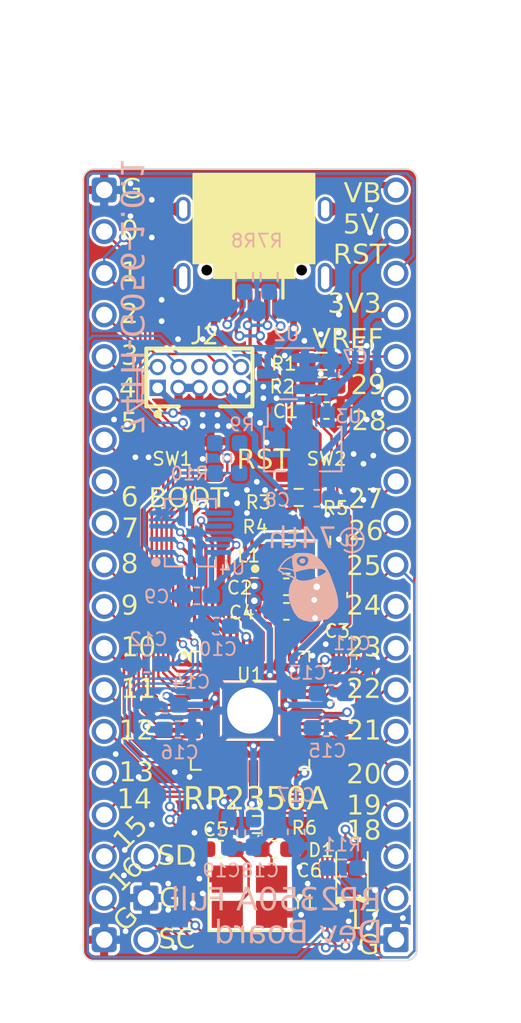
<source format=kicad_pcb>
(kicad_pcb (version 20240108) (generator "pcbnew") (generator_version "8.0")
  (title_block (title "RP2350A-Full") (rev "1.0.1") (company "Atsushi Morimoto (@74th)"))
  (layers (0 "F.Cu" signal) (31 "B.Cu" signal) (34 "B.Paste" user) (35 "F.Paste" user) (36 "B.SilkS" user "B.Silkscreen") (37 "F.SilkS" user "F.Silkscreen") (38 "B.Mask" user) (39 "F.Mask" user) (44 "Edge.Cuts" user))
  (net 0 "")
  (net 1 "GND")
  (net 2 "+1V1")
  (net 3 "+3V3")
  (net 4 "Net-(U1-VREG_AVDD)")
  (net 5 "+5V")
  (net 6 "Net-(U1-XIN)")
  (net 7 "Net-(U1-XOUT)")
  (net 8 "Net-(U1-ADC_AVDD)")
  (net 9 "/GPIO7")
  (net 10 "/GPIO0")
  (net 11 "/GPIO18")
  (net 12 "VBUS")
  (net 13 "/GPIO1")
  (net 14 "/GPIO8")
  (net 15 "/GPIO26")
  (net 16 "/GPIO24")
  (net 17 "/GPIO28")
  (net 18 "/GPIO25")
  (net 19 "/GPIO6")
  (net 20 "/GPIO27")
  (net 21 "/ADC_VREF")
  (net 22 "/GPIO11")
  (net 23 "/GPIO21")
  (net 24 "/GPIO3")
  (net 25 "/GPIO22")
  (net 26 "/GPIO19")
  (net 27 "/GPIO9")
  (net 28 "/GPIO23")
  (net 29 "/GPIO16")
  (net 30 "/GPIO2")
  (net 31 "/GPIO10")
  (net 32 "/GPIO20")
  (net 33 "/GPIO29")
  (net 34 "/GPIO17")
  (net 35 "/GPIO15")
  (net 36 "/GPIO14")
  (net 37 "/GPIO13")
  (net 38 "/GPIO12")
  (net 39 "/GPIO5")
  (net 40 "/GPIO4")
  (net 41 "Net-(C6-Pad1)")
  (net 42 "Net-(J1-CC2)")
  (net 43 "/USBDP")
  (net 44 "/USBDM")
  (net 45 "Net-(J1-CC1)")
  (net 46 "/SWDIO")
  (net 48 "/SWCLK")
  (net 49 "/RUN")
  (net 50 "Net-(U1-USB_DM)")
  (net 51 "Net-(U1-USB_DP)")
  (net 52 "/QSPI_SS")
  (net 53 "Net-(D1-A)")
  (net 54 "/QSPI_IO0")
  (net 55 "/QSPI_IO3")
  (net 56 "/QSPI_IO2")
  (net 57 "/QSPI_IO1")
  (net 58 "/QSPI_CLK")
  (net 59 "/VLEG_LX")
  (net 60 "Net-(R10-Pad2)")
  (footprint "74th:PinOut_Pin_3_2GND" (layer "F.Cu") (at 66.04 83.82 90)
    (property "Reference" "CH2" (hide yes))
    (property "Value" "SWD_3Pin" (hide yes))
  )
  (footprint "74th:PinOut_RP2350-Full" (layer "F.Cu") (at 72.39 48.26)
    (property "Reference" "CH1" (hide yes))
    (property "Value" "18Pin x2" (hide yes))
  )
  (footprint "74th:Capacitor_0603_1608" (layer "F.Cu") (at 77.8 62.7 -90)
    (property "Reference" "C3")
    (property "Value" "4.7u" (hide yes))
  )
  (footprint "74th:Connector_HalfPinHeader_SWD" (layer "F.Cu") (at 66.76 50.17 90)
    (property "Reference" "J2")
    (property "Value" "SWD_10Pin_MCU-Side" (hide yes))
  )
  (footprint "74th:Register_0603_1608" (layer "F.Cu") (at 76.8 48.55)
    (property "Reference" "R1")
    (property "Value" "200" (hide yes))
  )
  (footprint "74th:Connector_USB-C-Receptacle_SMT_12-Pin_Simple" (layer "F.Cu") (at 72.64 39.37 180)
    (property "Reference" "J1" (hide yes))
    (property "Value" "USB2.0-C_SMT")
  )
  (footprint "74th:LED_0805_2012" (layer "F.Cu") (at 78.6 79.475 90)
    (property "Reference" "D1")
    (property "Value" "Blue" (hide yes))
  )
  (footprint "74th:Capacitor_0603_1608" (layer "F.Cu") (at 74.5 63.8)
    (property "Reference" "C4")
    (property "Value" "4.7u" (hide yes))
  )
  (footprint "74th:Crystal_SMD_3225-4Pin_3.2x2.5mm_HandSoldering" (layer "F.Cu") (at 72.35 81.2)
    (property "Reference" "Y1")
    (property "Value" "12M")
  )
  (footprint "74th:Inductor_0806_2016" (layer "F.Cu") (at 74.6 60.6)
    (property "Reference" "L1")
    (property "Value" "3.3u")
  )
  (footprint "74th:Register_0603_1608" (layer "F.Cu") (at 75.35 56.85)
    (property "Reference" "R3")
    (property "Value" "27" (hide yes))
  )
  (footprint "74th:Capacitor_0603_1608" (layer "F.Cu") (at 73.8 78.3)
    (property "Reference" "C6")
    (property "Value" "10p" (hide yes))
  )
  (footprint "74th:Package_QFN-60-1EP_7x7mm_P0.4mm_EP3.4x3.4mm_hand" (layer "F.Cu") (at 72.39 69.85)
    (property "Reference" "U1")
    (property "Value" "RP2350A" (hide yes))
  )
  (footprint "74th:Capacitor_0603_1608" (layer "F.Cu") (at 70.7 78.3 180)
    (property "Reference" "C5")
    (property "Value" "10p" (hide yes))
  )
  (footprint "74th:Switch_SKRPABE010_Pin-4" (layer "F.Cu") (at 67.65 54.5)
    (property "Reference" "SW1")
    (property "Value" "SKRPABE010" (hide yes))
  )
  (footprint "74th:Register_0603_1608" (layer "F.Cu") (at 77.8 59.4875 -90)
    (property "Reference" "R5")
    (property "Value" "33" (hide yes))
  )
  (footprint "74th:Capacitor_0603_1608" (layer "F.Cu") (at 76.95 51.55)
    (property "Reference" "C1")
    (property "Value" "0.1u" (hide yes))
  )
  (footprint "74th:Switch_SKRPABE010_Pin-4" (layer "F.Cu") (at 77.05 54.5)
    (property "Reference" "SW2")
    (property "Value" "SKRPABE010" (hide yes))
  )
  (footprint "74th:Register_0603_1608" (layer "F.Cu") (at 72.8 76.8 180)
    (property "Reference" "R6")
    (property "Value" "1k" (hide yes))
  )
  (footprint "74th:Register_0603_1608" (layer "F.Cu") (at 75.05 58.35)
    (property "Reference" "R4")
    (property "Value" "27" (hide yes))
  )
  (footprint "74th:Register_0603_1608" (layer "F.Cu") (at 76.8 50.05 180)
    (property "Reference" "R2")
    (property "Value" "1" (hide yes))
  )
  (footprint "74th:Capacitor_0603_1608" (layer "F.Cu") (at 74.5 62.3)
    (property "Reference" "C2")
    (property "Value" "4.7u" (hide yes))
  )
  (footprint "74th:Register_0603_1608" (layer "B.Cu") (at 70.25 54.45 90)
    (property "Reference" "R10")
    (property "Value" "1k" (hide yes))
  )
  (footprint "74th:Register_0603_1608" (layer "B.Cu") (at 72.05 43.4 90)
    (property "Reference" "R8")
    (property "Value" "5.1k" (hide yes))
  )
  (footprint "74th:Register_0603_1608" (layer "B.Cu") (at 73.55 43.4 90)
    (property "Reference" "R7")
    (property "Value" "5.1k" (hide yes))
  )
  (footprint "74th:Register_0603_1608" (layer "B.Cu") (at 71.75 54.45 -90)
    (property "Reference" "R9")
    (property "Value" "10k" (hide yes))
  )
  (footprint "74th:Package_SOT-23" (layer "B.Cu") (at 74.6 49.3 180)
    (property "Reference" "U2")
    (property "Value" "CH213K")
  )
  (footprint "74th:Capacitor_0603_1608" (layer "B.Cu") (at 76.95 70.9)
    (property "Reference" "C15")
    (property "Value" "0.1u" (hide yes))
  )
  (footprint "74th:Capacitor_0603_1608" (layer "B.Cu") (at 71.1 77.2 -90)
    (property "Reference" "C19")
    (property "Value" "0.1u" (hide yes))
  )
  (footprint "74th:Capacitor_0603_1608" (layer "B.Cu") (at 78.6 67)
    (property "Reference" "C11")
    (property "Value" "0.1u" (hide yes))
  )
  (footprint "74th:Capacitor_0603_1608" (layer "B.Cu") (at 72.6 77.2 -90)
    (property "Reference" "C18")
    (property "Value" "4.7u" (hide yes))
  )
  (footprint "74th:Capacitor_0603_1608" (layer "B.Cu") (at 69.25 62.85 180)
    (property "Reference" "C9")
    (property "Value" "0.1u" (hide yes))
  )
  (footprint "74th:Capacitor_0603_1608" (layer "B.Cu") (at 67.3 69.5 180)
    (property "Reference" "C14")
    (property "Value" "0.1u" (hide yes))
  )
  (footprint "74th:Capacitor_0603_1608" (layer "B.Cu") (at 70.4375 64.7 180)
    (property "Reference" "C10")
    (property "Value" "0.1u" (hide yes))
  )
  (footprint "74th:Capacitor_0603_1608" (layer "B.Cu") (at 75.2 77.15 -90)
    (property "Reference" "C17")
    (property "Value" "0.1u" (hide yes))
  )
  (footprint "74th:Capacitor_0603_1608" (layer "B.Cu") (at 77.25 68.8)
    (property "Reference" "C13")
    (property "Value" "0.1u" (hide yes))
  )
  (footprint "74th:Capacitor_0603_1608" (layer "B.Cu") (at 66.2 67 180)
    (property "Reference" "C12")
    (property "Value" "0.1u" (hide yes))
  )
  (footprint "74th:Capacitor_0603_1608" (layer "B.Cu") (at 67.9 71)
    (property "Reference" "C16")
    (property "Value" "0.1u" (hide yes))
  )
  (footprint "74th:Logo_74th_text" (layer "B.Cu") (at 77.9 58.8 180)
    (property "Reference" "MISC-ACCOUNTTEXT" (hide yes))
    (property "Value" "Logo_74th_text" (hide yes))
  )
  (footprint "74th:Package_USON-8_3x4mm_P0.8" (layer "B.Cu") (at 68.75 59)
    (property "Reference" "U4")
    (property "Value" "W25Q32JVUU" (hide yes))
  )
  (footprint "74th:Capacitor_0603_1608" (layer "B.Cu") (at 77.3 49.45 90)
    (property "Reference" "C7")
    (property "Value" "10u" (hide yes))
  )
  (footprint "74th:Package_SOT-89-3" (layer "B.Cu") (at 75.6 53.9 -90)
    (property "Reference" "U3")
    (property "Value" "AMS1117")
  )
  (footprint "74th:Logo_74th_5mm" (layer "B.Cu") (at 76.05 62.55 180)
    (property "Reference" "MISC-ICON" (hide yes))
    (property "Value" "LOGO" (hide yes))
  )
  (footprint "74th:Register_0603_1608" (layer "B.Cu") (at 78 79.45 180)
    (property "Reference" "R11")
    (property "Value" "10k" (hide yes))
  )
  (footprint "74th:Capacitor_0603_1608" (layer "B.Cu") (at 76.35 56.9)
    (property "Reference" "C8")
    (property "Value" "10u" (hide yes))
  )
  (gr_line (start 81.915 36.83) (end 62.865 36.83) (stroke (width 0.1)) (layer "Edge.Cuts"))
  (gr_arc (start 81.915 36.83) (mid 82.364013 37.015987) (end 82.55 37.465) (stroke (width 0.1)) (layer "Edge.Cuts"))
  (gr_arc (start 62.23 37.465) (mid 62.415987 37.015987) (end 62.865 36.83) (stroke (width 0.1)) (layer "Edge.Cuts"))
  (gr_line (start 81.915 85.09) (end 62.865 85.09) (stroke (width 0.1)) (layer "Edge.Cuts"))
  (gr_arc (start 62.865 85.09) (mid 62.415987 84.904013) (end 62.23 84.455) (stroke (width 0.1)) (layer "Edge.Cuts"))
  (gr_line (start 62.23 84.455) (end 62.23 37.465) (stroke (width 0.1)) (layer "Edge.Cuts"))
  (gr_line (start 82.55 84.455) (end 82.55 37.465) (stroke (width 0.1)) (layer "Edge.Cuts"))
  (gr_arc (start 82.55 84.455) (mid 82.364013 84.904013) (end 81.915 85.09) (stroke (width 0.1)) (layer "Edge.Cuts"))
  (gr_text "Dev Board" (at 80.45 83.45 0) (layer "B.SilkS") (effects (font (size 1.4 1.4) (thickness 0.12)) (justify left mirror)))
  (gr_text "74TH-G056-${REVISION}" (at 65.1 53.05 -90) (layer "B.SilkS") (effects (font (size 1.4 1.4) (thickness 0.12)) (justify left mirror)))
  (gr_text "RP2350A Full" (at 80.4 81.45 0) (layer "B.SilkS") (effects (font (size 1.4 1.4) (thickness 0.12)) (justify left mirror)))
  (gr_text "5V" (at 80.264 40.259 0) (layer "F.SilkS") (effects (font (size 1.2 1.2) (thickness 0.12)) (justify right)))
  (gr_text "G" (at 80.264 84.201 0) (layer "F.SilkS") (effects (font (size 1.2 1.2) (thickness 0.12)) (justify right)))
  (gr_text "20" (at 80.391 73.787 0) (layer "F.SilkS") (effects (font (size 1.2 1.2) (thickness 0.12)) (justify right)))
  (gr_text "1" (at 64.516 43.18 0) (layer "F.SilkS") (effects (font (size 1.2 1.2) (thickness 0.12)) (justify left)))
  (gr_text "RP2350A" (at 68.3 75.3 0) (layer "F.SilkS") (effects (font (size 1.4 1.4) (thickness 0.12)) (justify left)))
  (gr_text "10" (at 64.516 66.04 0) (layer "F.SilkS") (effects (font (size 1.2 1.2) (thickness 0.12)) (justify left)))
  (gr_text "11" (at 64.516 68.58 0) (layer "F.SilkS") (effects (font (size 1.2 1.2) (thickness 0.12)) (justify left)))
  (gr_text "SC" (at 66.8 83.85 0) (layer "F.SilkS") (effects (font (size 1.2 1.2) (thickness 0.12)) (justify left)))
  (gr_text "17" (at 80.391 82.677 0) (layer "F.SilkS") (effects (font (size 1.2 1.2) (thickness 0.12)) (justify right)))
  (gr_text "0" (at 64.516 40.64 0) (layer "F.SilkS") (effects (font (size 1.2 1.2) (thickness 0.12)) (justify left)))
  (gr_text "21" (at 80.391 71.12 0) (layer "F.SilkS") (effects (font (size 1.2 1.2) (thickness 0.12)) (justify right)))
  (gr_text "25" (at 80.391 61.087 0) (layer "F.SilkS") (effects (font (size 1.2 1.2) (thickness 0.12)) (justify right)))
  (gr_text "9" (at 64.516 63.5 0) (layer "F.SilkS") (effects (font (size 1.2 1.2) (thickness 0.12)) (justify left)))
  (gr_text "13" (at 64.389 73.66 0) (layer "F.SilkS") (effects (font (size 1.2 1.2) (thickness 0.12)) (justify left)))
  (gr_text "2" (at 64.516 45.72 0) (layer "F.SilkS") (effects (font (size 1.2 1.2) (thickness 0.12)) (justify left)))
  (gr_text "14" (at 64.262 75.311 0) (layer "F.SilkS") (effects (font (size 1.2 1.2) (thickness 0.12)) (justify left)))
  (gr_text "7" (at 64.55 58.8 0) (layer "F.SilkS") (effects (font (size 1.2 1.2) (thickness 0.12)) (justify left)))
  (gr_text "G" (at 66.85 81.35 0) (layer "F.SilkS") (effects (font (size 1.2 1.2) (thickness 0.12)) (justify left)))
  (gr_text "8" (at 64.516 60.96 0) (layer "F.SilkS") (effects (font (size 1.2 1.2) (thickness 0.12)) (justify left)))
  (gr_text "27" (at 80.5 57 0) (layer "F.SilkS") (effects (font (size 1.2 1.2) (thickness 0.12)) (justify right)))
  (gr_text "16" (at 64.135 80.645 45) (layer "F.SilkS") (effects (font (size 1.2 1.2) (thickness 0.12)) (justify left)))
  (gr_text "19" (at 80.391 75.692 0) (layer "F.SilkS") (effects (font (size 1.2 1.2) (thickness 0.12)) (justify right)))
  (gr_text "RST" (at 80.7 42.1 0) (layer "F.SilkS") (effects (font (size 1.2 1.2) (thickness 0.12)) (justify right)))
  (gr_text "5" (at 64.5 52.35 0) (layer "F.SilkS") (effects (font (size 1.2 1.2) (thickness 0.12)) (justify left)))
  (gr_text "3" (at 64.516 48.26 0) (layer "F.SilkS") (effects (font (size 1.2 1.2) (thickness 0.12)) (justify left)))
  (gr_text "22" (at 80.391 68.58 0) (layer "F.SilkS") (effects (font (size 1.2 1.2) (thickness 0.12)) (justify right)))
  (gr_text "G" (at 64.516 38.1 0) (layer "F.SilkS") (effects (font (size 1.2 1.2) (thickness 0.12)) (justify left)))
  (gr_text "15" (at 64.389 78.105 45) (layer "F.SilkS") (effects (font (size 1.2 1.2) (thickness 0.12)) (justify left)))
  (gr_text "G" (at 64.389 83.058 45) (layer "F.SilkS") (effects (font (size 1.2 1.2) (thickness 0.12)) (justify left)))
  (gr_text "23" (at 80.391 66.04 0) (layer "F.SilkS") (effects (font (size 1.2 1.2) (thickness 0.12)) (justify right)))
  (gr_text "4" (at 64.4 50.25 0) (layer "F.SilkS") (effects (font (size 1.2 1.2) (thickness 0.12)) (justify left)))
  (gr_text "VB" (at 80.391 38.354 0) (layer "F.SilkS") (effects (font (size 1.2 1.2) (thickness 0.12)) (justify right)))
  (gr_text "VREF" (at 80.518 47.244 0) (layer "F.SilkS") (effects (font (size 1.2 1.2) (thickness 0.12)) (justify right)))
  (gr_text "3V3" (at 80.391 45.085 0) (layer "F.SilkS") (effects (font (size 1.2 1.2) (thickness 0.12)) (justify right)))
  (gr_text "18" (at 80.391 77.216 0) (layer "F.SilkS") (effects (font (size 1.2 1.2) (thickness 0.12)) (justify right)))
  (gr_text "SD" (at 66.75 78.75 0) (layer "F.SilkS") (effects (font (size 1.2 1.2) (thickness 0.12)) (justify left)))
  (gr_text "28" (at 80.7 52.25 0) (layer "F.SilkS") (effects (font (size 1.2 1.2) (thickness 0.12)) (justify right)))
  (gr_text "29" (at 80.65 50.05 0) (layer "F.SilkS") (effects (font (size 1.2 1.2) (thickness 0.12)) (justify right)))
  (gr_text "26" (at 80.518 58.95 0) (layer "F.SilkS") (effects (font (size 1.2 1.2) (thickness 0.12)) (justify right)))
  (gr_text "12" (at 64.389 71.12 0) (layer "F.SilkS") (effects (font (size 1.2 1.2) (thickness 0.12)) (justify left)))
  (gr_text "24" (at 80.391 63.5 0) (layer "F.SilkS") (effects (font (size 1.2 1.2) (thickness 0.12)) (justify right)))
  (gr_text "6" (at 64.516 56.896 0) (layer "F.SilkS") (effects (font (size 1.2 1.2) (thickness 0.12)) (justify left)))
  (segment (start 69.325 80.125) (end 69.3 80.1) (width 0.4) (layer "F.Cu") (net 1))
  (segment (start 75.475 82.275) (end 75.5 82.3) (width 0.4) (layer "F.Cu") (net 1))
  (segment (start 71 80.125) (end 69.325 80.125) (width 0.4) (layer "F.Cu") (net 1))
  (segment (start 69.3 50.17) (end 69.3 51.6) (width 0.4) (layer "F.Cu") (net 1))
  (segment (start 69.5 51.8) (end 68.9 51.2) (width 0.4) (layer "F.Cu") (net 1))
  (segment (start 75.4625 63.8) (end 75.4625 62.3) (width 0.2) (layer "F.Cu") (net 1))
  (segment (start 75.4625 64.5375) (end 75.4625 63.8) (width 0.2) (layer "F.Cu") (net 1))
  (segment (start 74.79 65.21) (end 75.4625 64.5375) (width 0.2) (layer "F.Cu") (net 1))
  (segment (start 73.7 82.275) (end 75.475 82.275) (width 0.4) (layer "F.Cu") (net 1))
  (segment (start 69.1 51.2) (end 69.3 51) (width 0.4) (layer "F.Cu") (net 1))
  (segment (start 68.9 51.2) (end 68.3 51.2) (width 0.4) (layer "F.Cu") (net 1))
  (segment (start 68 50.2) (end 68 50.9) (width 0.4) (layer "F.Cu") (net 1))
  (segment (start 74.79 66.15) (end 74.79 65.21) (width 0.2) (layer "F.Cu") (net 1))
  (segment (start 68 50.9) (end 68.3 51.2) (width 0.4) (layer "F.Cu") (net 1))
  (segment (start 69.3 51.6) (end 69.5 51.8) (width 0.4) (layer "F.Cu") (net 1))
  (segment (start 68.3 51.2) (end 69.1 51.2) (width 0.4) (layer "F.Cu") (net 1))
  (via (at 69.5 47.2) (size 0.6) (drill 0.35) (layers "F.Cu" "B.Cu") (net 1))
  (via (at 69.9 75.7) (size 0.6) (drill 0.35) (layers "F.Cu" "B.Cu") (net 1))
  (via (at 69 75.7) (size 0.6) (drill 0.35) (layers "F.Cu" "B.Cu") (net 1))
  (via (at 64.1 52.1) (size 0.6) (drill 0.35) (layers "F.Cu" "B.Cu") (net 1))
  (via (at 79.6 83.1) (size 0.6) (drill 0.35) (layers "F.Cu" "B.Cu") (net 1))
  (via (at 68.7 73.9) (size 0.6) (drill 0.35) (layers "F.Cu" "B.Cu") (net 1))
  (via (at 72.8 55.9) (size 0.6) (drill 0.35) (layers "F.Cu" "B.Cu") (net 1))
  (via (at 75.4 81.2) (size 0.6) (drill 0.35) (layers "F.Cu" "B.Cu") (net 1))
  (via (at 69.5 51.8) (size 0.6) (drill 0.35) (layers "F.Cu" "B.Cu") (net 1))
  (via (at 78 81.7) (size 0.6) (drill 0.35) (layers "F.Cu" "B.Cu") (net 1))
  (via (at 76.2 66.5) (size 0.6) (drill 0.35) (layers "F.Cu" "B.Cu") (net 1))
  (via (at 76.7 46.9) (size 0.6) (drill 0.35) (layers "F.Cu" "B.Cu") (net 1))
  (via (at 77.8 45.7) (size 0.6) (drill 0.35) (layers "F.Cu" "B.Cu") (net 1))
  (via (at 68 47.2) (size 0.6) (drill 0.35) (layers "F.Cu" "B.Cu") (net 1))
  (via (at 74 50.1) (size 0.6) (drill 0.35) (layers "F.Cu" "B.Cu") (net 1))
  (via (at 78.7 54.2) (size 0.6) (drill 0.35) (layers "F.Cu" "B.Cu") (net 1))
  (via (at 67.4 82) (size 0.6) (drill 0.35) (layers "F.Cu" "B.Cu") (net 1))
  (via (at 70.95 56.65) (size 0.6) (drill 0.35) (layers "F.Cu" "B.Cu") (net 1))
  (via (at 80.3 51.7) (size 0.6) (drill 0.35) (layers "F.Cu" "B.Cu") (net 1))
  (via (at 75.9 80.4) (size 0.6) (drill 0.35) (layers "F.Cu" "B.Cu") (net 1))
  (via (at 73 52.3) (size 0.6) (drill 0.35) (layers "F.Cu" "B.Cu") (net 1))
  (via (at 75.7 47.3) (size 0.6) (drill 0.35) (layers "F.Cu" "B.Cu") (net 1))
  (via (at 64.9 52.4) (size 0.6) (drill 0.35) (layers "F.Cu" "B.Cu") (net 1))
  (via (at 73.3 56.4) (size 0.6) (drill 0.35) (layers "F.Cu" "B.Cu") (net 1))
  (via (at 69.5 54.5) (size 0.6) (drill 0.35) (layers "F.Cu" "B.Cu") (net 1))
  (via (at 75.4 79.4) (size 0.6) (drill 0.35) (layers "F.Cu" "B.Cu") (net 1))
  (via (at 65.1 37.7) (size 0.6) (drill 0.35) (layers "F.Cu" "B.Cu") (net 1))
  (via (at 74 50.8) (size 0.6) (drill 0.35) (layers "F.Cu" "B.Cu") (net 1))
  (via (at 73.2 50.1) (size 0.6) (drill 0.35) (layers "F.Cu" "B.Cu") (net 1))
  (via (at 73.2 50.8) (size 0.6) (drill 0.35) (layers "F.Cu" "B.Cu") (net 1))
  (via (at 79.3 57) (size 0.6) (drill 0.35) (layers "F.Cu" "B.Cu") (net 1))
  (via (at 72.2 56.4) (size 0.6) (drill 0.35) (layers "F.Cu" "B.Cu") (net 1))
  (via (at 67 46.1) (size 0.6) (drill 0.35) (layers "F.Cu" "B.Cu") (net 1))
  (via (at 66.4 38.7) (size 0.6) (drill 0.35) (layers "F.Cu" "B.Cu") (net 1))
  (via (at 66.2 54.4) (size 0.6) (drill 0.35) (layers "F.Cu" "B.Cu") (net 1))
  (via (at 79.9 56.4) (size 0.6) (drill 0.35) (layers "F.Cu" "B.Cu") (net 1))
  (via (at 79.9 54.3) (size 0.6) (drill 0.35) (layers "F.Cu" "B.Cu") (net 1))
  (via (at 69 77.3) (size 0.6) (drill 0.35) (layers "F.Cu" "B.Cu") (net 1))
  (via (at 76.35 64.2) (size 0.6) (drill 0.35) (layers "F.Cu" "B.Cu") (net 1))
  (via (at 64.75 78.35) (size 0.6) (drill 0.35) (layers "F.Cu" "B.Cu") (net 1))
  (via (at 77 65.8) (size 0.6) (drill 0.35) (layers "F.Cu" "B.Cu") (net 1))
  (via (at 69.5 52.5) (size 0.6) (drill 0.35) (layers "F.Cu" "B.Cu") (net 1))
  (via (at 69.3 80.1) (size 0.6) (drill 0.35) (layers "F.Cu" "B.Cu") (net 1))
  (via (at 65.1 39.7) (size 0.6) (drill 0.35) (layers "F.Cu" "B.Cu") (net 1))
  (via (at 76.45 62.3) (size 0.8) (drill 0.4) (layers "F.Cu" "B.Cu") (net 1))
  (via (at 80 82.3) (size 0.6) (drill 0.35) (layers "F.Cu" "B.Cu") (net 1))
  (via (at 75 57.8) (size 0.5) (drill 0.3) (layers "F.Cu" "B.Cu") (net 1))
  (via (at 67 44.8) (size 0.6) (drill 0.35) (layers "F.Cu" "B.Cu") (net 1))
  (via (at 78.7 56.4) (size 0.6) (drill 0.35) (layers "F.Cu" "B.Cu") (net 1))
  (via (at 77.8 46.8) (size 0.6) (drill 0.35) (layers "F.Cu" "B.Cu") (net 1))
  (via (at 71.6 57.2) (size 0.6) (drill 0.35) (layers "F.Cu" "B.Cu") (net 1))
  (via (at 65.4 54.4) (size 0.6) (drill 0.35) (layers "F.Cu" "B.Cu") (net 1))
  (via (at 67.8 73.6) (size 0.6) (drill 0.35) (layers "F.Cu" "B.Cu") (net 1))
  (via (at 79.7 40.7) (size 0.6) (drill 0.35) (layers "F.Cu" "B.Cu") (net 1))
  (via (at 64.7 79.9) (size 0.6) (drill 0.35) (layers "F.Cu" "B.Cu") (net 1))
  (via (at 73.4 53.5) (size 0.6) (drill 0.35) (layers "F.Cu" "B.Cu") (net 1))
  (via (at 70.4 51.8) (size 0.6) (drill 0.35) (layers "F.Cu" "B.Cu") (net 1))
  (via (at 67.8 84.3) (size 0.6) (drill 0.35) (layers "F.Cu" "B.Cu") (net 1))
  (via (at 65.6 73.9) (size 0.6) (drill 0.35) (layers "F.Cu" "B.Cu") (net 1))
  (via (at 80.2 49.1) (size 0.6) (drill 0.35) (layers "F.Cu" "B.Cu") (net 1))
  (via (at 69.5 81) (size 0.6) (drill 0.35) (layers "F.Cu" "B.Cu") (net 1))
  (via (at 79.3 54.8) (size 0.6) (drill 0.35) (layers "F.Cu" "B.Cu") (net 1))
  (via (at 79.7 39.3) (size 0.6) (drill 0.35) (layers "F.Cu" "B.Cu") (net 1))
  (via (at 75.5 82.3) (size 0.6) (drill 0.35) (layers "F.Cu" "B.Cu") (net 1))
  (via (at 72.2 57.8) (size 0.6) (drill 0.35) (layers "F.Cu" "B.Cu") (net 1))
  (via (at 67.4 78.9) (size 0.6) (drill 0.35) (layers "F.Cu" "B.Cu") (net 1))
  (via (at 76.3 63.1) (size 0.6) (drill 0.35) (layers "F.Cu" "B.Cu") (net 1))
  (via (at 71.1 52.5) (size 0.6) (drill 0.35) (layers "F.Cu" "B.Cu") (net 1))
  (via (at 70.4 52.5) (size 0.6) (drill 0.35) (layers "F.Cu" "B.Cu") (net 1))
  (via (at 69.9 77.1) (size 0.6) (drill 0.35) (layers "F.Cu" "B.Cu") (net 1))
  (via (at 64.2 72.5) (size 0.6) (drill 0.35) (layers "F.Cu" "B.Cu") (net 1))
  (via (at 78.4 82.7) (size 0.6) (drill 0.35) (layers "F.Cu" "B.Cu") (net 1))
  (via (at 80.2 50.1) (size 0.6) (drill 0.35) (layers "F.Cu" "B.Cu") (net 1))
  (via (at 79.5 52.1) (size 0.6) (drill 0.35) (layers "F.Cu" "B.Cu") (net 1))
  (via (at 74.5 48.2) (size 0.6) (drill 0.35) (layers "F.Cu" "B.Cu") (net 1))
  (via (at 76.7 49.3) (size 0.6) (drill 0.35) (layers "F.Cu" "B.Cu") (net 1))
  (via (at 80 80.8) (size 0.6) (drill 0.35) (layers "F.Cu" "B.Cu") (net 1))
  (via (at 64.8 83.3) (size 0.6) (drill 0.35) (layers "F.Cu" "B.Cu") (net 1))
  (via (at 68.9 81.6) (size 0.6) (drill 0.35) (layers "F.Cu" "B.Cu") (net 1))
  (via (at 77.8 44.7) (size 0.6) (drill 0.35) (layers "F.Cu" "B.Cu") (net 1))
  (via (at 66.4 76.8) (size 0.6) (drill 0.35) (layers "F.Cu" "B.Cu") (net 1))
  (via (at 67.4 80.4) (size 0.6) (drill 0.35) (layers "F.Cu" "B.Cu") (net 1))
  (via (at 66.4 41) (size 0.6) (drill 0.35) (layers "F.Cu" "B.Cu") (net 1))
  (via (at 79.1 84.3) (size 0.6) (drill 0.35) (layers "F.Cu" "B.Cu") (net 1))
  (via (at 81.7 82.5) (size 0.6) (drill 0.35) (layers "F.Cu" "B.Cu") (net 1))
  (via (at 68.9 79.2) (size 0.6) (drill 0.35) (layers "F.Cu" "B.Cu") (net 1))
  (via (at 72.4 51.8) (size 0.6) (drill 0.35) (layers "F.Cu" "B.Cu") (net 1))
  (segment (start 71.1 78) (end 70.5 77.4) (width 0.5) (layer "B.Cu") (net 1))
  (segment (start 74.2 68.3) (end 74.2 65.2) (width 0.4) (layer "B.Cu") (net 1))
  (segment (start 74.2875 77.2) (end 75.2 78.1125) (width 0.5) (layer "B.Cu") (net 1))
  (segment (start 72.25 69.85) (end 69.9 67.5) (width 0.4) (layer "B.Cu") (net 1))
  (segment (start 73.6 77.2) (end 74.2875 77.2) (width 0.5) (layer "B.Cu") (net 1))
  (segment (start 68.03 50.17) (end 69.3 50.17) (width 0.4) (layer "B.Cu") (net 1))
  (segment (start 70 72.3) (end 69.1 72.3) (width 0.4) (layer "B.Cu") (net 1))
  (segment (start 72.39 69.91) (end 70 72.3) (width 0.4) (layer "B.Cu") (net 1))
  (segment (start 71.1 78.1625) (end 72.6 78.1625) (width 0.5) (layer "B.Cu") (net 1))
  (segment (start 75.2 72.7) (end 77.3 72.7) (width 0.4) (layer "B.Cu") (net 1))
  (segment (start 70.5 77.4) (end 70.2 77.1) (width 0.5) (layer "B.Cu") (net 1))
  (segment (start 77.3 72.7) (end 77.9125 72.0875) (width 0.4) (layer "B.Cu") (net 1))
  (segment (start 72.6375 78.1625) (end 73.6 77.2) (width 0.5) (layer "B.Cu") (net 1))
  (segment (start 74.2 65.2) (end 76.3 63.1) (width 0.4) (layer "B.Cu") (net 1))
  (segment (start 72.39 69.89) (end 75.2 72.7) (width 0.4) (layer "B.Cu") (net 1))
  (segment (start 69.9 65.125) (end 69.475 64.7) (width 0.4) (layer "B.Cu") (net 1))
  (segment (start 77.9125 72.0875) (end 77.9125 70.9) (width 0.4) (layer "B.Cu") (net 1))
  (segment (start 70.2 77.1) (end 69.9 77.1) (width 0.5) (layer "B.Cu") (net 1))
  (segment (start 69.9 67.5) (end 69.9 65.125) (width 0.4) (layer "B.Cu") (net 1))
  (segment (start 69.1 72.3) (end 68.8625 72.0625) (width 0.4) (layer "B.Cu") (net 1))
  (segment (start 68.8625 72.0625) (end 68.8625 71) (width 0.4) (layer "B.Cu") (net 1))
  (segment (start 72.65 69.85) (end 74.2 68.3) (width 0.4) (layer "B.Cu") (net 1))
  (segment (start 72.5 75.55) (end 72.39 75.44) (width 0.15) (layer "F.Cu") (net 2))
  (segment (start 68.69 69.05) (end 67.45 69.05) (width 0.3) (layer "F.Cu") (net 2))
  (segment (start 76.09 69.45) (end 77.25 69.45) (width 0.15) (layer "F.Cu") (net 2))
  (segment (start 72.39 75.44) (end 72.39 73.55) (width 0.15) (layer "F.Cu") (net 2))
  (via (at 73.6 67.7) (size 0.5) (drill 0.3) (layers "F.Cu" "B.Cu") (net 2))
  (via (at 72.5 75.55) (size 0.6) (drill 0.35) (layers "F.Cu" "B.Cu") (net 2))
  (via (at 74.6 69.5) (size 0.5) (drill 0.3) (layers "F.Cu" "B.Cu") (net 2))
  (via (at 70.25 69.1) (size 0.5) (drill 0.3) (layers "F.Cu" "B.Cu") (net 2))
  (via (at 72.65 62.25) (size 0.8) (drill 0.4) (layers "F.Cu" "B.Cu") (net 2))
  (via (at 72.65 63.15) (size 0.8) (drill 0.4) (layers "F.Cu" "B.Cu") (net 2))
  (via (at 72.6 72) (size 0.5) (drill 0.3) (layers "F.Cu" "B.Cu") (net 2))
  (via (at 67.3 68.95) (size 0.5) (drill 0.3) (layers "F.Cu" "B.Cu") (net 2))
  (via (at 77.25 69.45) (size 0.6) (drill 0.35) (layers "F.Cu" "B.Cu") (net 2))
  (segment (start 77.25 69.45) (end 76.6 68.8) (width 0.4) (layer "B.Cu") (net 2))
  (segment (start 74.6 69.5) (end 77.2 69.5) (width 0.4) (layer "B.Cu") (net 2))
  (segment (start 67.3 68.95) (end 67.35 68.95) (width 0.4) (layer "B.Cu") (net 2))
  (segment (start 72.6 72) (end 72.6 75.45) (width 0.4) (layer "B.Cu") (net 2))
  (segment (start 72.6 75.65) (end 72.5 75.55) (width 0.5) (layer "B.Cu") (net 2))
  (segment (start 73.6 64.9) (end 73.6 67.7) (width 0.4) (layer "B.Cu") (net 2))
  (segment (start 72.65 62.25) (end 72.5 62.4) (width 0.4) (layer "B.Cu") (net 2))
  (segment (start 67.3 68.95) (end 67.5125 68.95) (width 0.4) (layer "B.Cu") (net 2))
  (segment (start 69.85 69.5) (end 68.1 69.5) (width 0.4) (layer "B.Cu") (net 2))
  (segment (start 72.6 75.45) (end 72.5 75.55) (width 0.4) (layer "B.Cu") (net 2))
  (segment (start 77.2 69.5) (end 77.25 69.45) (width 0.4) (layer "B.Cu") (net 2))
  (segment (start 72.5 62.4) (end 72.5 63.8) (width 0.4) (layer "B.Cu") (net 2))
  (segment (start 67.35 68.95) (end 67.9 69.5) (width 0.4) (layer "B.Cu") (net 2))
  (segment (start 72.6 76.4375) (end 72.6 75.65) (width 0.5) (layer "B.Cu") (net 2))
  (segment (start 72.5 63.8) (end 73.6 64.9) (width 0.4) (layer "B.Cu") (net 2))
  (segment (start 67.5125 68.95) (end 68.0625 69.5) (width 0.4) (layer "B.Cu") (net 2))
  (segment (start 70.25 69.1) (end 69.85 69.5) (width 0.4) (layer "B.Cu") (net 2))
  (segment (start 77.8 58.575) (end 77.8 59.4) (width 0.4) (layer "F.Cu") (net 3))
  (segment (start 78.25 70) (end 76.95 70) (width 0.15) (layer "F.Cu") (net 3))
  (segment (start 73.99 66.15) (end 73.99 64.0525) (width 0.2) (layer "F.Cu") (net 3))
  (segment (start 66.7 71.05) (end 66.35 71.05) (width 0.3) (layer "F.Cu") (net 3))
  (segment (start 71.19 75.01) (end 70.8 75.4) (width 0.3) (layer "F.Cu") (net 3))
  (segment (start 77.2 47.6) (end 79.5 47.6) (width 0.3) (layer "F.Cu") (net 3))
  (segment (start 66.55 71.05) (end 66.7 71.05) (width 0.3) (layer "F.Cu") (net 3))
  (segment (start 72.39 66.15) (end 71.99 66.15) (width 0.15) (layer "F.Cu") (net 3))
  (segment (start 68.3 66.6) (end 68.3 66.66) (width 0.3) (layer "F.Cu") (net 3))
  (segment (start 78.3 69.95) (end 78.25 70) (width 0.15) (layer "F.Cu") (net 3))
  (segment (start 75.19 73.55) (end 75.6 73.55) (width 0.3) (layer "F.Cu") (net 3))
  (segment (start 77.752 58.575) (end 77.089 57.912) (width 0.4) (layer "F.Cu") (net 3))
  (segment (start 71.19 73.55) (end 71.19 75.01) (width 0.3) (layer "F.Cu") (net 3))
  (segment (start 76.65 67.05) (end 76.95 66.75) (width 0.15) (layer "F.Cu") (net 3))
  (segment (start 71.99 65.51) (end 71.99 66.15) (width 0.15) (layer "F.Cu") (net 3))
  (segment (start 68.3 66.66) (end 68.69 67.05) (width 0.3) (layer "F.Cu") (net 3))
  (segment (start 76.25 48.55) (end 77.2 47.6) (width 0.3) (layer "F.Cu") (net 3))
  (segment (start 66.35 71.05) (end 66.1 70.8) (width 0.3) (layer "F.Cu") (net 3))
  (segment (start 66.7 71.05) (end 68.69 71.05) (width 0.3) (layer "F.Cu") (net 3))
  (segment (start 72.15 65.35) (end 71.99 65.51) (width 0.15) (layer "F.Cu") (net 3))
  (segment (start 76.8 69.85) (end 76.09 69.85) (width 0.15) (layer "F.Cu") (net 3))
  (segment (start 76.95 70) (end 76.8 69.85) (width 0.15) (layer "F.Cu") (net 3))
  (segment (start 75.8875 48.55) (end 76.25 48.55) (width 0.3) (layer "F.Cu") (net 3))
  (segment (start 75.6 73.55) (end 75.7 73.65) (width 0.3) (layer "F.Cu") (net 3))
  (via (at 66.1 70.8) (size 0.5) (drill 0.3) (layers "F.Cu" "B.Cu") (net 3))
  (via (at 75.7 73.65) (size 0.6) (drill 0.35) (layers "F.Cu" "B.Cu") (net 3))
  (via (at 77.089 57.912) (size 0.6) (drill 0.35) (layers "F.Cu" "B.Cu") (net 3))
  (via (at 70.8 75.4) (size 0.6) (drill 0.35) (layers "F.Cu" "B.Cu") (net 3))
  (via (at 68.3 66.6) (size 0.6) (drill 0.35) (layers "F.Cu" "B.Cu") (net 3))
  (via (at 72.15 65.35) (size 0.6) (drill 0.35) (layers "F.Cu" "B.Cu") (net 3))
  (via (at 76.95 66.75) (size 0.6) (drill 0.35) (layers "F.Cu" "B.Cu") (net 3))
  (via (at 78.3 69.95) (size 0.6) (drill 0.35) (layers "F.Cu" "B.Cu") (net 3))
  (via (at 74.95 67.35) (size 0.6) (drill 0.35) (layers "F.Cu" "B.Cu") (net 3))
  (via (at 77.8 59.4) (size 0.6) (drill 0.35) (layers "F.Cu" "B.Cu") (net 3))
  (via (at 79.5 47.6) (size 0.6) (drill 0.35) (layers "F.Cu" "B.Cu") (net 3))
  (segment (start 68.18 51.1) (end 68.1 51.02) (width 0.4) (layer "B.Cu") (net 3))
  (segment (start 71.1 76.4375) (end 71.1 75.7) (width 0.5) (layer "B.Cu") (net 3))
  (segment (start 67.1375 71) (end 66.6 71) (width 0.4) (layer "B.Cu") (net 3))
  (segment (start 70.7 51.1) (end 68.18 51.1) (width 0.4) (layer "B.Cu") (net 3))
  (segment (start 79.5 50) (end 78.1 51.4) (width 0.4) (layer "B.Cu") (net 3))
  (segment (start 70.0125 62.4375) (end 73.25 59.2) (width 0.4) (layer "B.Cu") (net 3))
  (segment (start 74.95 66.655) (end 77.597 64.008) (width 0.4) (layer "B.Cu") (net 3))
  (segment (start 67.1375 71) (end 66.3 71) (width 0.4) (layer "B.Cu") (net 3))
  (segment (start 70.0125 61.45) (end 70.0125 62.85) (width 0.3) (layer "B.Cu") (net 3))
  (segment (start 66.5 71) (end 67.1375 71) (width 0.4) (layer "B.Cu") (net 3))
  (segment (start 78.3 69.95) (end 78.1 70.15) (width 0.15) (layer "B.Cu") (net 3))
  (segment (start 76.7625 59.0125) (end 76.55 58.8) (width 0.4) (layer "B.Cu") (net 3))
  (segment (start 76.7625 60.1255) (end 76.7625 59.4) (width 0.4) (layer "B.Cu") (net 3))
  (segment (start 78.1 70.15) (end 76.9375 70.15) (width 0.15) (layer "B.Cu") (net 3))
  (segment (start 76.15 59.2) (end 76.55 58.8) (width 0.4) (layer "B.Cu") (net 3))
  (segment (start 66.3 71) (end 66.1 70.8) (width 0.4) (layer "B.Cu") (net 3))
  (segment (start 70.0125 61.45) (end 70.0125 60.6375) (width 0.3) (layer "B.Cu") (net 3))
  (segment (start 75.2 76.3875) (end 75.2 74.15) (width 0.3) (layer "B.Cu") (net 3))
  (segment (start 71.75 53.85) (end 74.8 56.9) (width 0.3) (layer "B.Cu") (net 3))
  (segment (start 75.5875 56.9) (end 76.55 57.8625) (width 0.4) (layer "B.Cu") (net 3))
  (segment (start 70.0125 60.6375) (end 70.45 60.2) (width 0.3) (layer "B.Cu") (net 3))
  (segment (start 79.5 47.6) (end 79.5 50) (width 0.4) (layer "B.Cu") (net 3))
  (segment (start 67.61 51.02) (end 66.76 50.17) (width 0.4) (layer "B.Cu") (net 3))
  (segment (start 74.8 56.9) (end 75.5875 56.9) (width 0.3) (layer "B.Cu") (net 3))
  (segment (start 76.7625 59.4) (end 76.7625 59.0125) (width 0.4) (layer "B.Cu") (net 3))
  (segment (start 74.95 67.35) (end 74.95 66.655) (width 0.4) (layer "B.Cu") (net 3))
  (segment (start 71.1 75.7) (end 70.8 75.4) (width 0.5) (layer "B.Cu") (net 3))
  (segment (start 76.5995 57.912) (end 76.55 57.8625) (width 0.4) (layer "B.Cu") (net 3))
  (segment (start 76.95 66.75) (end 77.5875 66.75) (width 0.15) (layer "B.Cu") (net 3))
  (segment (start 79.5 46.15) (end 79.5 47.6) (width 0.4) (layer "B.Cu") (net 3))
  (segment (start 75.6 56.2) (end 75.6 56.8875) (width 0.4) (layer "B.Cu") (net 3))
  (segment (start 76.55 57.8625) (end 76.55 58.8) (width 0.4) (layer "B.Cu") (net 3))
  (segment (start 79.93 45.72) (end 79.5 46.15) (width 0.4) (layer "B.Cu") (net 3))
  (segment (start 78.1 51.4) (end 78.1 52.85) (width 0.4) (layer "B.Cu") (net 3))
  (segment (start 66.6 71) (end 67.0625 71) (width 0.3) (layer "B.Cu") (net 3))
  (segment (start 77.8 59.4) (end 76.7625 59.4) (width 0.4) (layer "B.Cu") (net 3))
  (segment (start 75.6 52.0375) (end 75.6 56.2) (width 0.4) (layer "B.Cu") (net 3))
  (segment (start 75.2 74.15) (end 75.7 73.65) (width 0.3) (layer "B.Cu") (net 3))
  (segment (start 70.0125 62.85) (end 70.0125 62.4375) (width 0.4) (layer "B.Cu") (net 3))
  (segment (start 77.089 57.912) (end 76.5995 57.912) (width 0.4) (layer "B.Cu") (net 3))
  (segment (start 77.597 60.96) (end 76.7625 60.1255) (width 0.4) (layer "B.Cu") (net 3))
  (segment (start 73.25 59.2) (end 76.15 59.2) (width 0.4) (layer "B.Cu") (net 3))
  (segment (start 68.1 51.02) (end 67.61 51.02) (width 0.4) (layer "B.Cu") (net 3))
  (segment (start 77.597 64.008) (end 77.597 60.96) (width 0.4) (layer "B.Cu") (net 3))
  (segment (start 75.6 55.35) (end 75.6 56.2) (width 0.4) (layer "B.Cu") (net 3))
  (segment (start 72.7 53.9) (end 72.7 53.1) (width 0.4) (layer "B.Cu") (net 3))
  (segment (start 72.15 65.35) (end 71.5 64.7) (width 0.15) (layer "B.Cu") (net 3))
  (segment (start 67.9 67) (end 66.9625 67) (width 0.3) (layer "B.Cu") (net 3))
  (segment (start 75 54.2) (end 73 54.2) (width 0.4) (layer "B.Cu") (net 3))
  (segment (start 81.28 45.72) (end 79.93 45.72) (width 0.4) (layer "B.Cu") (net 3))
  (segment (start 76.9375 70.15) (end 76.1875 70.9) (width 0.15) (layer "B.Cu") (net 3))
  (segment (start 73 54.2) (end 72.7 53.9) (width 0.4) (layer "B.Cu") (net 3))
  (segment (start 68.3 66.6) (end 67.9 67) (width 0.3) (layer "B.Cu") (net 3))
  (segment (start 78.1 52.85) (end 75.6 55.35) (width 0.4) (layer "B.Cu") (net 3))
  (segment (start 72.7 53.1) (end 70.7 51.1) (width 0.4) (layer "B.Cu") (net 3))
  (segment (start 75.55 66.15) (end 77 64.7) (width 0.3) (layer "F.Cu") (net 4))
  (segment (start 77 62.7375) (end 77.8 61.9375) (width 0.3) (layer "F.Cu") (net 4))
  (segment (start 75.55 66.15) (end 75.19 66.15) (width 0.3) (layer "F.Cu") (net 4))
  (segment (start 77 64.7) (end 77 62.7375) (width 0.3) (layer "F.Cu") (net 4))
  (segment (start 77.8 61.9375) (end 77.8 60.4) (width 0.3) (layer "F.Cu") (net 4))
  (segment (start 75.7375 50.25) (end 77.2625 50.25) (width 0.5) (layer "B.Cu") (net 5))
  (segment (start 78.8 43.12) (end 81.28 40.64) (width 0.4) (layer "B.Cu") (net 5))
  (segment (start 78.8 49) (end 78.8 43.12) (width 0.4) (layer "B.Cu") (net 5))
  (segment (start 77.1 51.95) (end 77.1 50.4125) (width 0.4) (layer "B.Cu") (net 5))
  (segment (start 77.3 50.2125) (end 77.5875 50.2125) (width 0.4) (layer "B.Cu") (net 5))
  (segment (start 77.5875 50.2125) (end 78.8 49) (width 0.4) (layer "B.Cu") (net 5))
  (segment (start 72.3 80.975) (end 72.3 79.125) (width 0.15) (layer "F.Cu") (net 6))
  (segment (start 71.59 75.81) (end 71.59 73.55) (width 0.15) (layer "F.Cu") (net 6))
  (segment (start 71 82.275) (end 72.3 80.975) (width 0.15) (layer "F.Cu") (net 6))
  (segment (start 72.2625 79.125) (end 71.4625 78.325) (width 0.15) (layer "F.Cu") (net 6))
  (segment (start 72.3 79.125) (end 72.2625 79.125) (width 0.15) (layer "F.Cu") (net 6))
  (segment (start 71.1 76.3) (end 71.1 77.9375) (width 0.15) (layer "F.Cu") (net 6))
  (segment (start 71.59 75.81) (end 71.1 76.3) (width 0.15) (layer "F.Cu") (net 6))
  (segment (start 71.99 73.55) (end 71.99 74.56) (width 0.15) (layer "F.Cu") (net 7))
  (segment (start 71.95 74.6) (end 71.95 76.7375) (width 0.15) (layer "F.Cu") (net 7))
  (segment (start 71.99 74.56) (end 71.95 74.6) (width 0.15) (layer "F.Cu") (net 7))
  (segment (start 78.5 58) (end 77.35 56.85) (width 0.15) (layer "F.Cu") (net 8))
  (segment (start 75.8875 51.25) (end 76.1875 51.55) (width 0.3) (layer "F.Cu") (net 8))
  (segment (start 75.8875 50.05) (end 75.8875 51.25) (width 0.3) (layer "F.Cu") (net 8))
  (segment (start 77.35 56.85) (end 77.35 53.65) (width 0.15) (layer "F.Cu") (net 8))
  (segment (start 77.35 53.65) (end 77.35 53.1) (width 0.15) (layer "F.Cu") (net 8))
  (segment (start 77.35 53.1) (end 76.1875 51.9375) (width 0.15) (layer "F.Cu") (net 8))
  (segment (start 76.09 67.45) (end 76.8 67.45) (width 0.15) (layer "F.Cu") (net 8))
  (segment (start 77.8 66.7) (end 77.8 65.25) (width 0.15) (layer "F.Cu") (net 8))
  (segment (start 77.35 53.65) (end 77.35 53.2) (width 0.15) (layer "F.Cu") (net 8))
  (segment (start 78.5 64.55) (end 78.5 58) (width 0.15) (layer "F.Cu") (net 8))
  (segment (start 77.8 65.25) (end 78.5 64.55) (width 0.15) (layer "F.Cu") (net 8))
  (segment (start 75.8875 51.4875) (end 75.8875 50.05) (width 0.3) (layer "F.Cu") (net 8))
  (segment (start 76.1875 51.9375) (end 76.1875 51.55) (width 0.15) (layer "F.Cu") (net 8))
  (segment (start 76.8 67.45) (end 76.95 67.3) (width 0.15) (layer "F.Cu") (net 8))
  (segment (start 76.95 67.3) (end 77.2 67.3) (width 0.15) (layer "F.Cu") (net 8))
  (segment (start 77.2 67.3) (end 77.8 66.7) (width 0.15) (layer "F.Cu") (net 8))
  (segment (start 65.8 69.6) (end 65.6 69.4) (width 0.15) (layer "F.Cu") (net 9))
  (segment (start 65.6 63.2) (end 64.9 62.5) (width 0.15) (layer "F.Cu") (net 9))
  (segment (start 65.6 69.4) (end 65.6 63.2) (width 0.15) (layer "F.Cu") (net 9))
  (segment (start 65.8 69.828248) (end 65.8 69.6) (width 0.15) (layer "F.Cu") (net 9))
  (segment (start 66.621752 70.65) (end 65.8 69.828248) (width 0.15) (layer "F.Cu") (net 9))
  (segment (start 68.69 70.65) (end 66.621752 70.65) (width 0.15) (layer "F.Cu") (net 9))
  (segment (start 64.9 59.82) (end 63.5 58.42) (width 0.15) (layer "F.Cu") (net 9))
  (segment (start 64.9 62.5) (end 64.9 59.82) (width 0.15) (layer "F.Cu") (net 9))
  (segment (start 67.7 67.2) (end 67.7 62.1) (width 0.15) (layer "F.Cu") (net 10))
  (segment (start 67.95 67.45) (end 67.7 67.2) (width 0.15) (layer "F.Cu") (net 10))
  (segment (start 66.6 48.1) (end 66 47.5) (width 0.15) (layer "F.Cu") (net 10))
  (segment (start 66 47.5) (end 66 43.14) (width 0.15) (layer "F.Cu") (net 10))
  (segment (start 67.7 62.1) (end 67 61.4) (width 0.15) (layer "F.Cu") (net 10))
  (segment (start 66 50.8) (end 66 47.5) (width 0.15) (layer "F.Cu") (net 10))
  (segment (start 68 52.8) (end 66 50.8) (width 0.15) (layer "F.Cu") (net 10))
  (segment (start 70.57 48.9) (end 69.77 48.1) (width 0.15) (layer "F.Cu") (net 10))
  (segment (start 69.77 48.1) (end 66.6 48.1) (width 0.15) (layer "F.Cu") (net 10))
  (segment (start 67 61.4) (end 67 58.2) (width 0.15) (layer "F.Cu") (net 10))
  (segment (start 68.69 67.45) (end 67.95 67.45) (width 0.15) (layer "F.Cu") (net 10))
  (segment (start 66 43.14) (end 63.5 40.64) (width 0.15) (layer "F.Cu") (net 10))
  (segment (start 68 57.2) (end 68 52.8) (width 0.15) (layer "F.Cu") (net 10))
  (segment (start 67 58.2) (end 68 57.2) (width 0.15) (layer "F.Cu") (net 10))
  (segment (start 77.04 74.5) (end 81.28 78.74) (width 0.15) (layer "F.Cu") (net 11))
  (segment (start 74.79 73.55) (end 74.79 74.29) (width 0.15) (layer "F.Cu") (net 11))
  (segment (start 74.79 74.29) (end 75 74.5) (width 0.15) (layer "F.Cu") (net 11))
  (segment (start 75 74.5) (end 77.04 74.5) (width 0.15) (layer "F.Cu") (net 11))
  (segment (start 81.05 37.8) (end 76.95 37.8) (width 0.4) (layer "F.Cu") (net 12))
  (segment (start 75.8 40.9) (end 74.7 42) (width 0.4) (layer "F.Cu") (net 12))
  (segment (start 75.04 45.1) (end 75.04 46.54) (width 0.4) (layer "F.Cu") (net 12))
  (segment (start 74.7 42) (end 74.7 43.55) (width 0.4) (layer "F.Cu") (net 12))
  (segment (start 75.04 46.54) (end 75.05 46.55) (width 0.4) (layer "F.Cu") (net 12))
  (segment (start 74.7 43.55) (end 75.04 43.89) (width 0.4) (layer "F.Cu") (net 12))
  (segment (start 70.2 46.55) (end 70.2 45.14) (width 0.4) (layer "F.Cu") (net 12))
  (segment (start 76.95 37.8) (end 75.8 38.95) (width 0.4) (layer "F.Cu") (net 12))
  (segment (start 75.8 38.95) (end 75.8 40.9) (width 0.4) (layer "F.Cu") (net 12))
  (segment (start 75.04 43.89) (end 75.04 45.1) (width 0.4) (layer "F.Cu") (net 12))
  (via (at 75.05 46.55) (size 0.6) (drill 0.35) (layers "F.Cu" "B.Cu") (net 12))
  (via (at 70.2 46.55) (size 0.6) (drill 0.35) (layers "F.Cu" "B.Cu") (net 12))
  (segment (start 75.05 46.55) (end 75.05 46.7) (width 0.4) (layer "B.Cu") (net 12))
  (segment (start 73.85 47.75) (end 71.4 47.75) (width 0.4) (layer "B.Cu") (net 12))
  (segment (start 73.4625 48.2875) (end 73.4625 49.3) (width 0.4) (layer "B.Cu") (net 12))
  (segment (start 75.05 46.7) (end 73.4625 48.2875) (width 0.4) (layer "B.Cu") (net 12))
  (segment (start 75.05 46.55) (end 73.85 47.75) (width 0.4) (layer "B.Cu") (net 12))
  (segment (start 71.4 47.75) (end 70.2 46.55) (width 0.4) (layer "B.Cu") (net 12))
  (segment (start 72.6 50.5) (end 72.1 51) (width 0.15) (layer "F.Cu") (net 13))
  (segment (start 66.7 61.6) (end 67.4 62.3) (width 0.15) (layer "F.Cu") (net 13))
  (segment (start 67.4 67.4) (end 67.85 67.85) (width 0.15) (layer "F.Cu") (net 13))
  (segment (start 72.1 51) (end 71.4 51) (width 0.15) (layer "F.Cu") (net 13))
  (segment (start 71.8 47.8) (end 72.6 48.6) (width 0.15) (layer "F.Cu") (net 13))
  (segment (start 66.3 42.6) (end 66.3 47.3) (width 0.15) (layer "F.Cu") (net 13))
  (segment (start 66.8 47.8) (end 71.8 47.8) (width 0.15) (layer "F.Cu") (net 13))
  (segment (start 64.7 41) (end 66.3 42.6) (width 0.15) (layer "F.Cu") (net 13))
  (segment (start 71.4 51) (end 70.57 50.17) (width 0.15) (layer "F.Cu") (net 13))
  (segment (start 67.85 67.85) (end 68.69 67.85) (width 0.15) (layer "F.Cu") (net 13))
  (segment (start 65.7 45.38) (end 65.7 51) (width 0.15) (layer "F.Cu") (net 13))
  (segment (start 66.7 58.075736) (end 66.7 61.6) (width 0.15) (layer "F.Cu") (net 13))
  (segment (start 67.7 53) (end 67.7 57.075736) (width 0.15) (layer "F.Cu") (net 13))
  (segment (start 67.4 62.3) (end 67.4 67.4) (width 0.15) (layer "F.Cu") (net 13))
  (segment (start 65.7 51) (end 67.7 53) (width 0.15) (layer "F.Cu") (net 13))
  (segment (start 63.5 43.18) (end 65.7 45.38) (width 0.15) (layer "F.Cu") (net 13))
  (segment (start 66.3 47.3) (end 66.8 47.8) (width 0.15) (layer "F.Cu") (net 13))
  (segment (start 67.7 57.075736) (end 66.7 58.075736) (width 0.15) (layer "F.Cu") (net 13))
  (segment (start 72.6 48.6) (end 72.6 50.5) (width 0.15) (layer "F.Cu") (net 13))
  (via (at 64.7 41) (size 0.6) (drill 0.35) (layers "F.Cu" "B.Cu") (net 13))
  (segment (start 64.7 41) (end 63.5 42.2) (width 0.15) (layer "B.Cu") (net 13))
  (segment (start 63.5 42.2) (end 63.5 43.18) (width 0.15) (layer "B.Cu") (net 13))
  (segment (start 65.3 69.6) (end 65.3 63.324264) (width 0.15) (layer "F.Cu") (net 14))
  (segment (start 64.6 62.06) (end 63.5 60.96) (width 0.15) (layer "F.Cu") (net 14))
  (segment (start 64.6 62.624264) (end 64.6 62.06) (width 0.15) (layer "F.Cu") (net 14))
  (segment (start 65.5 69.8) (end 65.3 69.6) (width 0.15) (layer "F.Cu") (net 14))
  (segment (start 66.05 71.45) (end 65.5 70.9) (width 0.15) (layer "F.Cu") (net 14))
  (segment (start 68.69 71.45) (end 66.05 71.45) (width 0.15) (layer "F.Cu") (net 14))
  (segment (start 65.3 63.324264) (end 64.6 62.624264) (width 0.15) (layer "F.Cu") (net 14))
  (segment (start 65.5 70.9) (end 65.5 69.8) (width 0.15) (layer "F.Cu") (net 14))
  (segment (start 79.7 65.15) (end 79.7 60) (width 0.15) (layer "F.Cu") (net 15))
  (segment (start 76.09 69.05) (end 76.897056 69.05) (width 0.15) (layer "F.Cu") (net 15))
  (segment (start 79.7 60) (end 81.28 58.42) (width 0.15) (layer "F.Cu") (net 15))
  (segment (start 79 67.3) (end 79 65.85) (width 0.15) (layer "F.Cu") (net 15))
  (segment (start 77.8 68.5) (end 79 67.3) (width 0.15) (layer "F.Cu") (net 15))
  (segment (start 77.447056 68.5) (end 77.8 68.5) (width 0.15) (layer "F.Cu") (net 15))
  (segment (start 76.897056 69.05) (end 77.447056 68.5) (width 0.15) (layer "F.Cu") (net 15))
  (segment (start 79 65.85) (end 79.7 65.15) (width 0.15) (layer "F.Cu") (net 15))
  (segment (start 76.09 69.05) (end 76.9 69.05) (width 0.15) (layer "F.Cu") (net 15))
  (segment (start 79.625 66.099264) (end 80.35 65.374264) (width 0.15) (layer "F.Cu") (net 16))
  (segment (start 80.35 65.374264) (end 80.35 64.43) (width 0.15) (layer "F.Cu") (net 16))
  (segment (start 79.2 70.424264) (end 78.724264 70.9) (width 0.15) (layer "F.Cu") (net 16))
  (segment (start 80.35 64.43) (end 81.28 63.5) (width 0.15) (layer "F.Cu") (net 16))
  (segment (start 78.724264 70.9) (end 77.85 70.9) (width 0.15) (layer "F.Cu") (net 16))
  (segment (start 79.625 67.675) (end 79.2 68.1) (width 0.15) (layer "F.Cu") (net 16))
  (segment (start 79.625 67.675) (end 79.625 66.099264) (width 0.15) (layer "F.Cu") (net 16))
  (segment (start 77.6 70.65) (end 76.09 70.65) (width 0.15) (layer "F.Cu") (net 16))
  (segment (start 79.2 68.1) (end 79.2 70.424264) (width 0.15) (layer "F.Cu") (net 16))
  (segment (start 77.85 70.9) (end 77.6 70.65) (width 0.15) (layer "F.Cu") (net 16))
  (segment (start 79.1 57.55) (end 78.05 56.5) (width 0.15) (layer "F.Cu") (net 17))
  (segment (start 78.537132 52.687132) (end 80.627132 52.687132) (width 0.15) (layer "F.Cu") (net 17))
  (segment (start 78.4 67) (end 78.4 65.55) (width 0.15) (layer "F.Cu") (net 17))
  (segment (start 78.05 56.5) (end 78.05 53.174264) (width 0.15) (layer "F.Cu") (net 17))
  (segment (start 78.4 65.55) (end 79.1 64.85) (width 0.15) (layer "F.Cu") (net 17))
  (segment (start 76.848528 68.25) (end 77.198528 67.9) (width 0.15) (layer "F.Cu") (net 17))
  (segment (start 76.09 68.25) (end 76.848528 68.25) (width 0.15) (layer "F.Cu") (net 17))
  (segment (start 80.627132 52.687132) (end 81.28 53.34) (width 0.15) (layer "F.Cu") (net 17))
  (segment (start 79.1 64.85) (end 79.1 57.55) (width 0.15) (layer "F.Cu") (net 17))
  (segment (start 77.5 67.9) (end 78.4 67) (width 0.15) (layer "F.Cu") (net 17))
  (segment (start 77.198528 67.9) (end 77.5 67.9) (width 0.15) (layer "F.Cu") (net 17))
  (segment (start 78.05 53.174264) (end 78.537132 52.687132) (width 0.15) (layer "F.Cu") (net 17))
  (segment (start 79.3 66) (end 80 65.3) (width 0.15) (layer "F.Cu") (net 18))
  (segment (start 78.875 67.925) (end 79.3 67.5) (width 0.15) (layer "F.Cu") (net 18))
  (segment (start 77.75 70.3) (end 77.95 70.5) (width 0.15) (layer "F.Cu") (net 18))
  (segment (start 78.7 70.5) (end 78.875 70.325) (width 0.15) (layer "F.Cu") (net 18))
  (segment (start 76.75 70.25) (end 76.8 70.3) (width 0.15) (layer "F.Cu") (net 18))
  (segment (start 76.8 70.3) (end 77.75 70.3) (width 0.15) (layer "F.Cu") (net 18))
  (segment (start 80 65.3) (end 80 62.24) (width 0.15) (layer "F.Cu") (net 18))
  (segment (start 79.3 67.5) (end 79.3 66) (width 0.15) (layer "F.Cu") (net 18))
  (segment (start 77.95 70.5) (end 78.7 70.5) (width 0.15) (layer "F.Cu") (net 18))
  (segment (start 78.875 70.325) (end 78.875 67.925) (width 0.15) (layer "F.Cu") (net 18))
  (segment (start 80 62.24) (end 81.28 60.96) (width 0.15) (layer "F.Cu") (net 18))
  (segment (start 76.09 70.25) (end 76.75 70.25) (width 0.15) (layer "F.Cu") (net 18))
  (segment (start 82.4 84.5) (end 82.4 62.08) (width 0.15) (layer "B.Cu") (net 18))
  (segment (start 79 81.3) (end 79 83.4) (width 0.15) (layer "B.Cu") (net 18))
  (segment (start 80.5 84.9) (end 82 84.9) (width 0.15) (layer "B.Cu") (net 18))
  (segment (start 82 84.9) (end 82.4 84.5) (width 0.15) (layer "B.Cu") (net 18))
  (segment (start 82.4 62.08) (end 81.28 60.96) (width 0.15) (layer "B.Cu") (net 18))
  (segment (start 79 83.4) (end 80.5 84.9) (width 0.15) (layer "B.Cu") (net 18))
  (segment (start 77.15 79.45) (end 79 81.3) (width 0.15) (layer "B.Cu") (net 18))
  (segment (start 65.9 69.2) (end 65.9 63.048528) (width 0.15) (layer "F.Cu") (net 19))
  (segment (start 66.646016 70.25) (end 66.1 69.703984) (width 0.15) (layer "F.Cu") (net 19))
  (segment (start 68.69 70.25) (end 66.646016 70.25) (width 0.15) (layer "F.Cu") (net 19))
  (segment (start 65.9 63.048528) (end 65.2 62.348528) (width 0.15) (layer "F.Cu") (net 19))
  (segment (start 65.2 62.348528) (end 65.2 57.6) (width 0.15) (layer "F.Cu") (net 19))
  (segment (start 66.1 69.4) (end 65.9 69.2) (width 0.15) (layer "F.Cu") (net 19))
  (segment (start 66.1 69.703984) (end 66.1 69.4) (width 0.15) (layer "F.Cu") (net 19))
  (segment (start 65.2 57.6) (end 63.5 55.9) (width 0.15) (layer "F.Cu") (net 19))
  (segment (start 78.7 65.7) (end 79.4 65) (width 0.15) (layer "F.Cu") (net 20))
  (segment (start 79.4 57.76) (end 81.28 55.88) (width 0.15) (layer "F.Cu") (net 20))
  (segment (start 77.322792 68.2) (end 77.65 68.2) (width 0.15) (layer "F.Cu") (net 20))
  (segment (start 76.09 68.65) (end 76.872792 68.65) (width 0.15) (layer "F.Cu") (net 20))
  (segment (start 76.872792 68.65) (end 77.322792 68.2) (width 0.15) (layer "F.Cu") (net 20))
  (segment (start 79.4 65) (end 79.4 57.76) (width 0.15) (layer "F.Cu") (net 20))
  (segment (start 77.65 68.2) (end 78.7 67.15) (width 0.15) (layer "F.Cu") (net 20))
  (segment (start 78.7 67.15) (end 78.7 65.7) (width 0.15) (layer "F.Cu") (net 20))
  (segment (start 81.28 48.26) (end 78.0025 48.26) (width 0.15) (layer "F.Cu") (net 21))
  (segment (start 77.7125 50.05) (end 77.7125 48.55) (width 0.15) (layer "F.Cu") (net 21))
  (segment (start 64.4 69.48) (end 63.5 68.58) (width 0.15) (layer "F.Cu") (net 22))
  (segment (start 65.75 72.65) (end 64.6 71.5) (width 0.15) (layer "F.Cu") (net 22))
  (segment (start 64.4 70.124264) (end 64.4 69.48) (width 0.15) (layer "F.Cu") (net 22))
  (segment (start 64.6 70.324264) (end 64.4 70.124264) (width 0.15) (layer "F.Cu") (net 22))
  (segment (start 68.69 72.65) (end 65.75 72.65) (width 0.15) (layer "F.Cu") (net 22))
  (segment (start 64.6 71.5) (end 64.6 70.324264) (width 0.15) (layer "F.Cu") (net 22))
  (segment (start 76.09 71.85) (end 80.55 71.85) (width 0.15) (layer "F.Cu") (net 23))
  (segment (start 80.55 71.85) (end 81.28 71.12) (width 0.15) (layer "F.Cu") (net 23))
  (segment (start 66.1 57.8) (end 67.1 56.8) (width 0.15) (layer "F.Cu") (net 24))
  (segment (start 66.8 62.624264) (end 66.1 61.924264) (width 0.15) (layer "F.Cu") (net 24))
  (segment (start 66.1 61.924264) (end 66.1 57.8) (width 0.15) (layer "F.Cu") (net 24))
  (segment (start 67.687868 68.65) (end 66.8 67.762132) (width 0.15) (layer "F.Cu") (net 24))
  (segment (start 65.1 51.248528) (end 65.1 49.86) (width 0.15) (layer "F.Cu") (net 24))
  (segment (start 67.1 53.248528) (end 65.1 51.248528) (width 0.15) (layer "F.Cu") (net 24))
  (segment (start 67.1 56.8) (end 67.1 53.248528) (width 0.15) (layer "F.Cu") (net 24))
  (segment (start 68.69 68.65) (end 67.687868 68.65) (width 0.15) (layer "F.Cu") (net 24))
  (segment (start 65.1 49.86) (end 63.5 48.26) (width 0.15) (layer "F.Cu") (net 24))
  (segment (start 66.8 67.762132) (end 66.8 62.624264) (width 0.15) (layer "F.Cu") (net 24))
  (segment (start 79.85 69.35) (end 79.85 70.624264) (width 0.15) (layer "F.Cu") (net 25))
  (segment (start 79.85 70.624264) (end 78.974264 71.5) (width 0.15) (layer "F.Cu") (net 25))
  (segment (start 78.974264 71.5) (end 77.575736 71.5) (width 0.15) (layer "F.Cu") (net 25))
  (segment (start 77.5 71.45) (end 76.09 71.45) (width 0.15) (layer "F.Cu") (net 25))
  (segment (start 80.62 68.58) (end 79.85 69.35) (width 0.15) (layer "F.Cu") (net 25))
  (segment (start 77.575736 71.5) (end 77.512868 71.437132) (width 0.15) (layer "F.Cu") (net 25))
  (segment (start 77.512868 71.437132) (end 77.5 71.45) (width 0.15) (layer "F.Cu") (net 25))
  (segment (start 76.09 72.65) (end 77.73 72.65) (width 0.15) (layer "F.Cu") (net 26))
  (segment (start 77.73 72.65) (end 81.28 76.2) (width 0.15) (layer "F.Cu") (net 26))
  (segment (start 65 65) (end 65 69.8) (width 0.15) (layer "F.Cu") (net 27))
  (segment (start 65.2 70) (end 65.2 71.1) (width 0.15) (layer "F.Cu") (net 27))
  (segment (start 65.2 71.1) (end 65.95 71.85) (width 0.15) (layer "F.Cu") (net 27))
  (segment (start 63.5 63.5) (end 65 65) (width 0.15) (layer "F.Cu") (net 27))
  (segment (start 65.95 71.85) (end 68.69 71.85) (width 0.15) (layer "F.Cu") (net 27))
  (segment (start 65 69.8) (end 65.2 70) (width 0.15) (layer "F.Cu") (net 27))
  (segment (start 79.55 68.2) (end 79.95 67.8) (width 0.15) (layer "F.Cu") (net 28))
  (segment (start 79.55 70.5) (end 79.55 68.2) (width 0.15) (layer "F.Cu") (net 28))
  (segment (start 78.85 71.2) (end 79.55 70.5) (width 0.15) (layer "F.Cu") (net 28))
  (segment (start 77.55 71.05) (end 77.7 71.2) (width 0.15) (layer "F.Cu") (net 28))
  (segment (start 77.7 71.2) (end 78.85 71.2) (width 0.15) (layer "F.Cu") (net 28))
  (segment (start 76.09 71.05) (end 77.55 71.05) (width 0.15) (layer "F.Cu") (net 28))
  (segment (start 79.95 67.37) (end 81.28 66.04) (width 0.15) (layer "F.Cu") (net 28))
  (segment (start 79.95 67.8) (end 79.95 67.37) (width 0.15) (layer "F.Cu") (net 28))
  (segment (start 64.9 82.7) (end 67.1 82.7) (width 0.15) (layer "F.Cu") (net 29))
  (segment (start 73.99 74.49) (end 74.6 75.1) (width 0.15) (layer "F.Cu") (net 29))
  (segment (start 74.6 75.1) (end 76.5 75.1) (width 0.15) (layer "F.Cu") (net 29))
  (segment (start 76.8 84.1) (end 77 84.3) (width 0.15) (layer "F.Cu") (net 29))
  (segment (start 78.2 83.5) (end 78.2 84.2) (width 0.15) (layer "F.Cu") (net 29))
  (segment (start 73.99 73.55) (end 73.99 74.49) (width 0.15) (layer "F.Cu") (net 29))
  (segment (start 68.5 84.1) (end 76.8 84.1) (width 0.15) (layer "F.Cu") (net 29))
  (segment (start 76.5 75.1) (end 77.4 76) (width 0.15) (layer "F.Cu") (net 29))
  (segment (start 77.4 82.7) (end 78.2 83.5) (width 0.15) (layer "F.Cu") (net 29))
  (segment (start 77.4 76) (end 77.4 82.7) (width 0.15) (layer "F.Cu") (net 29))
  (segment (start 63.5 81.3) (end 64.9 82.7) (width 0.15) (layer "F.Cu") (net 29))
  (segment (start 67.1 82.7) (end 68.5 84.1) (width 0.15) (layer "F.Cu") (net 29))
  (via (at 78.2 84.2) (size 0.6) (drill 0.35) (layers "F.Cu" "B.Cu") (net 29))
  (via (at 77 84.3) (size 0.6) (drill 0.35) (layers "F.Cu" "B.Cu") (net 29))
  (segment (start 77.1 84.2) (end 77 84.3) (width 0.15) (layer "B.Cu") (net 29))
  (segment (start 78.2 84.2) (end 77.1 84.2) (width 0.15) (layer "B.Cu") (net 29))
  (segment (start 67.4 56.951472) (end 67.4 53.124264) (width 0.15) (layer "F.Cu") (net 30))
  (segment (start 65.4 51.124264) (end 65.4 47.6) (width 0.15) (layer "F.Cu") (net 30))
  (segment (start 67.1 67.55) (end 67.1 62.5) (width 0.15) (layer "F.Cu") (net 30))
  (segment (start 67.4 53.124264) (end 65.4 51.124264) (width 0.15) (layer "F.Cu") (net 30))
  (segment (start 66.4 57.951472) (end 67.4 56.951472) (width 0.15) (layer "F.Cu") (net 30))
  (segment (start 67.1 62.5) (end 66.4 61.8) (width 0.15) (layer "F.Cu") (net 30))
  (segment (start 66.4 61.8) (end 66.4 57.951472) (width 0.15) (layer "F.Cu") (net 30))
  (segment (start 65.4 47.6) (end 63.52 45.72) (width 0.15) (layer "F.Cu") (net 30))
  (segment (start 67.8 68.25) (end 67.1 67.55) (width 0.15) (layer "F.Cu") (net 30))
  (segment (start 68.69 68.25) (end 67.8 68.25) (width 0.15) (layer "F.Cu") (net 30))
  (segment (start 65.85 72.25) (end 68.69 72.25) (width 0.15) (layer "F.Cu") (net 31))
  (segment (start 64.9 70.2) (end 64.9 71.3) (width 0.15) (layer "F.Cu") (net 31))
  (segment (start 63.5 66.04) (end 64.7 67.24) (width 0.15) (layer "F.Cu") (net 31))
  (segment (start 64.7 70) (end 64.9 70.2) (width 0.15) (layer "F.Cu") (net 31))
  (segment (start 64.7 67.24) (end 64.7 70) (width 0.15) (layer "F.Cu") (net 31))
  (segment (start 64.9 71.3) (end 65.85 72.25) (width 0.15) (layer "F.Cu") (net 31))
  (segment (start 76.09 72.25) (end 79.87 72.25) (width 0.15) (layer "F.Cu") (net 32))
  (segment (start 79.87 72.25) (end 81.28 73.66) (width 0.15) (layer "F.Cu") (net 32))
  (segment (start 78.8 64.7) (end 78.8 57.7) (width 0.15) (layer "F.Cu") (net 33))
  (segment (start 77.074264 67.6) (end 77.35 67.6) (width 0.15) (layer "F.Cu") (net 33))
  (segment (start 78.1 66.85) (end 78.1 65.4) (width 0.15) (layer "F.Cu") (net 33))
  (segment (start 77.7 53.1) (end 80 50.8) (width 0.15) (layer "F.Cu") (net 33))
  (segment (start 78.8 57.7) (end 77.7 56.6) (width 0.15) (layer "F.Cu") (net 33))
  (segment (start 80 50.8) (end 81.28 50.8) (width 0.15) (layer "F.Cu") (net 33))
  (segment (start 77.35 67.6) (end 78.1 66.85) (width 0.15) (layer "F.Cu") (net 33))
  (segment (start 77.7 56.6) (end 77.7 53.1) (width 0.15) (layer "F.Cu") (net 33))
  (segment (start 76.824264 67.85) (end 77.074264 67.6) (width 0.15) (layer "F.Cu") (net 33))
  (segment (start 78.1 65.4) (end 78.8 64.7) (width 0.15) (layer "F.Cu") (net 33))
  (segment (start 76.09 67.85) (end 76.824264 67.85) (width 0.15) (layer "F.Cu") (net 33))
  (segment (start 74.39 74.34) (end 74.39 73.55) (width 0.15) (layer "F.Cu") (net 34))
  (segment (start 76.7 74.8) (end 74.85 74.8) (width 0.15) (layer "F.Cu") (net 34))
  (segment (start 79.65 79.65) (end 79.65 77.75) (width 0.15) (layer "F.Cu") (net 34))
  (segment (start 74.85 74.8) (end 74.39 74.34) (width 0.15) (layer "F.Cu") (net 34))
  (segment (start 81.28 81.28) (end 79.65 79.65) (width 0.15) (layer "F.Cu") (net 34))
  (segment (start 79.65 77.75) (end 76.7 74.8) (width 0.15) (layer "F.Cu") (net 34))
  (segment (start 70.79 73.55) (end 70.79 74.51) (width 0.15) (layer "F.Cu") (net 35))
  (segment (start 70.2 75.1) (end 67.14 75.1) (width 0.15) (layer "F.Cu") (net 35))
  (segment (start 70.79 74.51) (end 70.2 75.1) (width 0.15) (layer "F.Cu") (net 35))
  (segment (start 67.14 75.1) (end 63.5 78.74) (width 0.15) (layer "F.Cu") (net 35))
  (segment (start 70.39 74.41) (end 70 74.8) (width 0.15) (layer "F.Cu") (net 36))
  (segment (start 70 74.8) (end 64.9 74.8) (width 0.15) (layer "F.Cu") (net 36))
  (segment (start 64.9 74.8) (end 63.5 76.2) (width 0.15) (layer "F.Cu") (net 36))
  (segment (start 70.39 73.55) (end 70.39 74.41) (width 0.15) (layer "F.Cu") (net 36))
  (segment (start 69.99 73.55) (end 69.99 74.31) (width 0.15) (layer "F.Cu") (net 37))
  (segment (start 64.34 74.5) (end 63.5 73.66) (width 0.15) (layer "F.Cu") (net 37))
  (segment (start 69.8 74.5) (end 64.34 74.5) (width 0.15) (layer "F.Cu") (net 37))
  (segment (start 69.99 74.31) (end 69.8 74.5) (width 0.15) (layer "F.Cu") (net 37))
  (segment (start 65 72.4) (end 64.02 71.42) (width 0.15) (layer "F.Cu") (net 38))
  (segment (start 65.6 73) (end 65 72.4) (width 0.15) (layer "F.Cu") (net 38))
  (segment (start 65 72.4) (end 63.72 71.12) (width 0.15) (layer "F.Cu") (net 38))
  (segment (start 69.59 73.55) (end 69.25 73.55) (width 0.15) (layer "F.Cu") (net 38))
  (segment (start 69.25 73.55) (end 68.7 73) (width 0.15) (layer "F.Cu") (net 38))
  (segment (start 68.7 73) (end 65.6 73) (width 0.15) (layer "F.Cu") (net 38))
  (segment (start 65.5 57.4) (end 66.5 56.4) (width 0.15) (layer "F.Cu") (net 39))
  (segment (start 68.69 69.85) (end 66.67028 69.85) (width 0.15) (layer "F.Cu") (net 39))
  (segment (start 66.5 56.4) (end 66.5 55.3) (width 0.15) (layer "F.Cu") (net 39))
  (segment (start 65.5 62.224264) (end 65.5 57.4) (width 0.15) (layer "F.Cu") (net 39))
  (segment (start 66.4 69.2) (end 66.2 69) (width 0.15) (layer "F.Cu") (net 39))
  (segment (start 66.67028 69.85) (end 66.4 69.57972) (width 0.15) (layer "F.Cu") (net 39))
  (segment (start 66.4 69.57972) (end 66.4 69.2) (width 0.15) (layer "F.Cu") (net 39))
  (segment (start 66.2 55) (end 65.16 55) (width 0.15) (layer "F.Cu") (net 39))
  (segment (start 66.5 55.3) (end 66.2 55) (width 0.15) (layer "F.Cu") (net 39))
  (segment (start 66.2 69) (end 66.2 62.924264) (width 0.15) (layer "F.Cu") (net 39))
  (segment (start 65.16 55) (end 63.5 53.34) (width 0.15) (layer "F.Cu") (net 39))
  (segment (start 66.2 62.924264) (end 65.5 62.224264) (width 0.15) (layer "F.Cu") (net 39))
  (segment (start 66.8 53.372792) (end 64.227208 50.8) (width 0.15) (layer "F.Cu") (net 40))
  (segment (start 66.8 56.6) (end 66.8 53.372792) (width 0.15) (layer "F.Cu") (net 40))
  (segment (start 66.5 68.8) (end 66.5 62.8) (width 0.15) (layer "F.Cu") (net 40))
  (segment (start 64.227208 50.8) (end 63.5 50.8) (width 0.15) (layer "F.Cu") (net 40))
  (segment (start 66.7 69.3) (end 66.7 69) (width 0.15) (layer "F.Cu") (net 40))
  (segment (start 68.64 69.5) (end 66.9 69.5) (width 0.15) (layer "F.Cu") (net 40))
  (segment (start 66.7 69) (end 66.5 68.8) (width 0.15) (layer "F.Cu") (net 40))
  (segment (start 65.8 57.6) (end 66.8 56.6) (width 0.15) (layer "F.Cu") (net 40))
  (segment (start 66.9 69.5) (end 66.7 69.3) (width 0.15) (layer "F.Cu") (net 40))
  (segment (start 68.69 69.45) (end 68.64 69.5) (width 0.15) (layer "F.Cu") (net 40))
  (segment (start 66.5 62.8) (end 65.8 62.1) (width 0.15) (layer "F.Cu") (net 40))
  (segment (start 65.8 62.1) (end 65.8 57.6) (width 0.15) (layer "F.Cu") (net 40))
  (segment (start 74.0125 76.775) (end 74.0125 77.55) (width 0.15) (layer "F.Cu") (net 41))
  (segment (start 73.7 78.7875) (end 73.2375 78.325) (width 0.15) (layer "F.Cu") (net 41))
  (segment (start 74.0125 77.55) (end 73.2375 78.325) (width 0.15) (layer "F.Cu") (net 41))
  (segment (start 73.7 80.125) (end 73.7 78.7875) (width 0.15) (layer "F.Cu") (net 41))
  (segment (start 70.89 45.1) (end 70.89 46.19) (width 0.15) (layer "F.Cu") (net 42))
  (segment (start 70.89 46.19) (end 71 46.3) (width 0.15) (layer "F.Cu") (net 42))
  (via (at 71 46.3) (size 0.6) (drill 0.35) (layers "F.Cu" "B.Cu") (net 42))
  (segment (start 72.05 45.25) (end 72.05 44.3125) (width 0.15) (layer "B.Cu") (net 42))
  (segment (start 71 46.3) (end 72.05 45.25) (width 0.15) (layer "B.Cu") (net 42))
  (segment (start 75.1125 51.9625) (end 75.5 52.35) (width 0.2) (layer "F.Cu") (net 43))
  (segment (start 72.89 47.39) (end 75.1125 49.6125) (width 0.2) (layer "F.Cu") (net 43))
  (segment (start 71.55 46.15) (end 71.55 46.8) (width 0.2) (layer "F.Cu") (net 43))
  (segment (start 76.65 56.4625) (end 76.2625 56.85) (width 0.2) (layer "F.Cu") (net 43))
  (segment (start 76 52.35) (end 76.65 53) (width 0.2) (layer "F.Cu") (net 43))
  (segment (start 72.99 47) (end 72.89 46.9) (width 0.2) (layer "F.Cu") (net 43))
  (segment (start 73 47) (end 72.99 47) (width 0.2) (layer "F.Cu") (net 43))
  (segment (start 71.89 45.81) (end 71.55 46.15) (width 0.2) (layer "F.Cu") (net 43))
  (segment (start 75.1125 49.6125) (end 75.1125 51.9625) (width 0.2) (layer "F.Cu") (net 43))
  (segment (start 72.89 46.9) (end 72.89 47.39) (width 0.2) (layer "F.Cu") (net 43))
  (segment (start 75.5 52.35) (end 76 52.35) (width 0.2) (layer "F.Cu") (net 43))
  (segment (start 72.89 46.9) (end 72.89 45.1) (width 0.2) (layer "F.Cu") (net 43))
  (segment (start 76.65 53) (end 76.65 56.4625) (width 0.2) (layer "F.Cu") (net 43))
  (segment (start 71.55 46.8) (end 71.75 47) (width 0.2) (layer "F.Cu") (net 43))
  (via (at 73 47) (size 0.6) (drill 0.35) (layers "F.Cu" "B.Cu") (net 43))
  (via (at 71.75 47) (size 0.6) (drill 0.35) (layers "F.Cu" "B.Cu") (net 43))
  (segment (start 73 47) (end 71.75 47) (width 0.2) (layer "B.Cu") (net 43))
  (segment (start 75.85 52.7) (end 76.25 53.1) (width 0.2) (layer "F.Cu") (net 44))
  (segment (start 76.25 53.1) (end 76.25 55.5) (width 0.2) (layer "F.Cu") (net 44))
  (segment (start 73.39 46.29) (end 73.45 46.35) (width 0.2) (layer "F.Cu") (net 44))
  (segment (start 73.39 45.1) (end 73.39 46.29) (width 0.2) (layer "F.Cu") (net 44))
  (segment (start 75.5 57.8875) (end 75.9625 58.35) (width 0.2) (layer "F.Cu") (net 44))
  (segment (start 75.85 52.7) (end 75.275 52.7) (width 0.2) (layer "F.Cu") (net 44))
  (segment (start 72.39 47.69) (end 72.39 45.1) (width 0.2) (layer "F.Cu") (net 44))
  (segment (start 76.25 55.5) (end 75.5 56.25) (width 0.2) (layer "F.Cu") (net 44))
  (segment (start 75.2875 52.7125) (end 75.3 52.7) (width 0.2) (layer "F.Cu") (net 44))
  (segment (start 74.7625 50.0625) (end 74.7625 52.1875) (width 0.2) (layer "F.Cu") (net 44))
  (segment (start 75.5 56.25) (end 75.5 57.8875) (width 0.2) (layer "F.Cu") (net 44))
  (segment (start 72.39 47.69) (end 74.7625 50.0625) (width 0.2) (layer "F.Cu") (net 44))
  (segment (start 74.7625 52.1875) (end 75.0625 52.4875) (width 0.2) (layer "F.Cu") (net 44))
  (segment (start 75.3 52.7) (end 75.85 52.7) (width 0.2) (layer "F.Cu") (net 44))
  (segment (start 75.275 52.7) (end 75.0625 52.4875) (width 0.2) (layer "F.Cu") (net 44))
  (segment (start 72.25 46.35) (end 72.39 46.21) (width 0.2) (layer "F.Cu") (net 44))
  (segment (start 75.0625 52.4875) (end 75.2875 52.7125) (width 0.2) (layer "F.Cu") (net 44))
  (segment (start 72.39 46.21) (end 72.39 45.1) (width 0.2) (layer "F.Cu") (net 44))
  (via (at 72.25 46.35) (size 0.6) (drill 0.35) (layers "F.Cu" "B.Cu") (net 44))
  (via (at 73.45 46.35) (size 0.6) (drill 0.35) (layers "F.Cu" "B.Cu") (net 44))
  (segment (start 73.45 46.35) (end 72.25 46.35) (width 0.2) (layer "B.Cu") (net 44))
  (segment (start 73.89 46.04) (end 74.25 46.4) (width 0.15) (layer "F.Cu") (net 45))
  (segment (start 73.89 45.1) (end 73.89 46.04) (width 0.15) (layer "F.Cu") (net 45))
  (via (at 74.25 46.4) (size 0.6) (drill 0.35) (layers "F.Cu" "B.Cu") (net 45))
  (segment (start 73.55 45.7) (end 73.55 44.3125) (width 0.15) (layer "B.Cu") (net 45))
  (segment (start 74.25 46.4) (end 73.55 45.7) (width 0.15) (layer "B.Cu") (net 45))
  (segment (start 67.5 76.5) (end 68 77) (width 0.15) (layer "F.Cu") (net 46))
  (segment (start 74.2 75.8) (end 73.19 74.79) (width 0.15) (layer "F.Cu") (net 46))
  (segment (start 68.3 61.7) (end 67.6 61) (width 0.15) (layer "F.Cu") (net 46))
  (segment (start 76.3 75.8) (end 74.2 75.8) (width 0.15) (layer "F.Cu") (net 46))
  (segment (start 66.04 78.74) (end 67 79.7) (width 0.15) (layer "F.Cu") (net 46))
  (segment (start 69 65.7) (end 68.3 65) (width 0.15) (layer "F.Cu") (net 46))
  (segment (start 73.19 74.79) (end 73.19 73.55) (width 0.15) (layer "F.Cu") (net 46))
  (segment (start 68 79.7) (end 68 82.924264) (width 0.15) (layer "F.Cu") (net 46))
  (segment (start 68 82.924264) (end 68.875736 83.8) (width 0.15) (layer "F.Cu") (net 46))
  (segment (start 68.875736 83.8) (end 75.724264 83.8) (width 0.15) (layer "F.Cu") (net 46))
  (segment (start 76.8 76.3) (end 76.3 75.8) (width 0.15) (layer "F.Cu") (net 46))
  (segment (start 68.3 65) (end 68.3 61.7) (width 0.15) (layer "F.Cu") (net 46))
  (segment (start 76.8 82.724264) (end 76.8 76.3) (width 0.15) (layer "F.Cu") (net 46))
  (segment (start 68.9 52.1) (end 68.5 51.7) (width 0.15) (layer "F.Cu") (net 46))
  (segment (start 75.724264 83.8) (end 76.8 82.724264) (width 0.15) (layer "F.Cu") (net 46))
  (segment (start 67.6 61) (end 67.6 58.5) (width 0.15) (layer "F.Cu") (net 46))
  (segment (start 67 79.7) (end 68 79.7) (width 0.15) (layer "F.Cu") (net 46))
  (segment (start 67.6 58.5) (end 68.9 57.2) (width 0.15) (layer "F.Cu") (net 46))
  (segment (start 68.9 57.2) (end 68.9 52.1) (width 0.15) (layer "F.Cu") (net 46))
  (segment (start 68 77) (end 68 79.7) (width 0.15) (layer "F.Cu") (net 46))
  (segment (start 68.5 51.7) (end 67.7 51.7) (width 0.15) (layer "F.Cu") (net 46))
  (via (at 67.5 76.5) (size 0.6) (drill 0.35) (layers "F.Cu" "B.Cu") (net 46))
  (via (at 67.7 51.7) (size 0.6) (drill 0.35) (layers "F.Cu" "B.Cu") (net 46))
  (via (at 69 65.7) (size 0.5) (drill 0.3) (layers "F.Cu" "B.Cu") (net 46))
  (segment (start 65.05 68.7) (end 65.05 71.75) (width 0.15) (layer "B.Cu") (net 46))
  (segment (start 65.9 50.9) (end 65.9 49.3) (width 0.15) (layer "B.Cu") (net 46))
  (segment (start 65.9 49.3) (end 66.3 48.9) (width 0.15) (layer "B.Cu") (net 46))
  (segment (start 66.7 51.7) (end 65.9 50.9) (width 0.15) (layer "B.Cu") (net 46))
  (segment (start 69 65.7) (end 69.2 65.9) (width 0.15) (layer "B.Cu") (net 46))
  (segment (start 67.7 51.7) (end 66.7 51.7) (width 0.15) (layer "B.Cu") (net 46))
  (segment (start 68.1 75.9) (end 67.5 76.5) (width 0.15) (layer "B.Cu") (net 46))
  (segment (start 65.05 71.75) (end 68.1 74.8) (width 0.15) (layer "B.Cu") (net 46))
  (segment (start 68.1 74.8) (end 68.1 75.9) (width 0.15) (layer "B.Cu") (net 46))
  (segment (start 65.55 68.2) (end 65.05 68.7) (width 0.15) (layer "B.Cu") (net 46))
  (segment (start 69.2 65.9) (end 69.2 67.324264) (width 0.15) (layer "B.Cu") (net 46))
  (segment (start 68.324264 68.2) (end 65.55 68.2) (width 0.15) (layer "B.Cu") (net 46))
  (segment (start 66.3 48.9) (end 66.76 48.9) (width 0.15) (layer "B.Cu") (net 46))
  (segment (start 69.2 67.324264) (end 68.324264 68.2) (width 0.15) (layer "B.Cu") (net 46))
  (segment (start 68.3 65.8) (end 68 65.5) (width 0.15) (layer "F.Cu") (net 48))
  (segment (start 67.3 58.324264) (end 68.6 57.024264) (width 0.15) (layer "F.Cu") (net 48))
  (segment (start 76.1 76.1) (end 73.8 76.1) (width 0.15) (layer "F.Cu") (net 48))
  (segment (start 68.3 76.5) (end 68.3 82.2) (width 0.15) (layer "F.Cu") (net 48))
  (segment (start 68.3 52.6) (end 68.3 52.3) (width 0.15) (layer "F.Cu") (net 48))
  (segment (start 68.3 82.2) (end 69.6 83.5) (width 0.15) (layer "F.Cu") (net 48))
  (segment (start 72.8 75.1) (end 72.8 73.56) (width 0.15) (layer "F.Cu") (net 48))
  (segment (start 67.3 61.2) (end 67.3 58.324264) (width 0.15) (layer "F.Cu") (net 48))
  (segment (start 73.8 76.1) (end 72.8 75.1) (width 0.15) (layer "F.Cu") (net 48))
  (segment (start 68.6 57.024264) (end 68.6 52.9) (width 0.15) (layer "F.Cu") (net 48))
  (segment (start 68 61.9) (end 67.3 61.2) (width 0.15) (layer "F.Cu") (net 48))
  (segment (start 76.5 82.6) (end 76.5 76.5) (width 0.15) (layer "F.Cu") (net 48))
  (segment (start 69.6 83.5) (end 75.6 83.5) (width 0.15) (layer "F.Cu") (net 48))
  (segment (start 67.5 75.7) (end 68.3 76.5) (width 0.15) (layer "F.Cu") (net 48))
  (segment (start 76.5 76.5) (end 76.1 76.1) (width 0.15) (layer "F.Cu") (net 48))
  (segment (start 68.6 52.9) (end 68.3 52.6) (width 0.15) (layer "F.Cu") (net 48))
  (segment (start 75.6 83.5) (end 76.5 82.6) (width 0.15) (layer "F.Cu") (net 48))
  (segment (start 68 65.5) (end 68 61.9) (width 0.15) (layer "F.Cu") (net 48))
  (via (at 69.05 82.95) (size 0.6) (drill 0.35) (layers "F.Cu" "B.Cu") (net 48))
  (via (at 68.3 65.8) (size 0.5) (drill 0.3) (layers "F.Cu" "B.Cu") (net 48))
  (via (at 68.3 52.3) (size 0.6) (drill 0.35) (layers "F.Cu" "B.Cu") (net 48))
  (via (at 67.5 75.7) (size 0.6) (drill 0.35) (layers "F.Cu" "B.Cu") (net 48))
  (segment (start 65.6 49) (end 66.5 48.1) (width 0.15) (layer "B.Cu") (net 48))
  (segment (start 65.4 67.9) (end 68.2 67.9) (width 0.15) (layer "B.Cu") (net 48))
  (segment (start 68.55 66.05) (end 68.4 65.9) (width 0.15) (layer "B.Cu") (net 48))
  (segment (start 64.75 68.55) (end 65.4 67.9) (width 0.15) (layer "B.Cu") (net 48))
  (segment (start 66.8 52.3) (end 65.6 51.1) (width 0.15) (layer "B.Cu") (net 48))
  (segment (start 67.5 74.624264) (end 64.75 71.874264) (width 0.15) (layer "B.Cu") (net 48))
  (segment (start 68.3 52.3) (end 66.8 52.3) (width 0.15) (layer "B.Cu") (net 48))
  (segment (start 68.4 65.9) (end 68.85 66.35) (width 0.15) (layer "B.Cu") (net 48))
  (segment (start 66.5 48.1) (end 67.3 48.1) (width 0.15) (layer "B.Cu") (net 48))
  (segment (start 64.75 71.874264) (end 64.75 68.55) (width 0.15) (layer "B.Cu") (net 48))
  (segment (start 68.9 66.4) (end 68.85 66.35) (width 0.15) (layer "B.Cu") (net 48))
  (segment (start 66.56 83.3) (end 66.04 83.82) (width 0.15) (layer "B.Cu") (net 48))
  (segment (start 68.7 83.3) (end 66.56 83.3) (width 0.15) (layer "B.Cu") (net 48))
  (segment (start 68.2 67.9) (end 68.9 67.2) (width 0.15) (layer "B.Cu") (net 48))
  (segment (start 65.6 51.1) (end 65.6 49) (width 0.15) (layer "B.Cu") (net 48))
  (segment (start 68.3 65.8) (end 68.4 65.9) (width 0.15) (layer "B.Cu") (net 48))
  (segment (start 67.3 48.1) (end 68.03 48.83) (width 0.15) (layer "B.Cu") (net 48))
  (segment (start 68.9 67.2) (end 68.9 66.4) (width 0.15) (layer "B.Cu") (net 48))
  (segment (start 69.05 82.95) (end 68.7 83.3) (width 0.15) (layer "B.Cu") (net 48))
  (segment (start 67.5 75.7) (end 67.5 74.624264) (width 0.15) (layer "B.Cu") (net 48))
  (segment (start 68.55 66.05) (end 68.85 66.35) (width 0.15) (layer "B.Cu") (net 48))
  (segment (start 82.2 54.8) (end 82.4 55) (width 0.15) (layer "F.Cu") (net 49))
  (segment (start 82 84.9) (end 78 84.9) (width 0.15) (layer "F.Cu") (net 49))
  (segment (start 77.1 81.8) (end 77.1 82.6) (width 0.15) (layer "F.Cu") (net 49))
  (segment (start 77.6 84.5) (end 77.6 84.1) (width 0.15) (layer "F.Cu") (net 49))
  (segment (start 74.3 75.4) (end 73.59 74.69) (width 0.15) (layer "F.Cu") (net 49))
  (segment (start 80.15 54.8) (end 82.2 54.8) (width 0.15) (layer "F.Cu") (net 49))
  (segment (start 77.1 83.4) (end 77 83.5) (width 0.15) (layer "F.Cu") (net 49))
  (segment (start 76.375736 75.4) (end 74.3 75.4) (width 0.15) (layer "F.Cu") (net 49))
  (segment (start 82.4 84.5) (end 82 84.9) (width 0.15) (layer "F.Cu") (net 49))
  (segment (start 77.1 76.124264) (end 77.1 81.8) (width 0.15) (layer "F.Cu") (net 49))
  (segment (start 77.1 76.124264) (end 76.375736 75.4) (width 0.15) (layer "F.Cu") (net 49))
  (segment (start 73.59 74.69) (end 73.59 73.55) (width 0.15) (layer "F.Cu") (net 49))
  (segment (start 82.4 55) (end 82.4 84.5) (width 0.15) (layer "F.Cu") (net 49))
  (segment (start 79.375 55.575) (end 80.15 54.8) (width 0.15) (layer "F.Cu") (net 49))
  (segment (start 77.1 82.6) (end 77.1 83.4) (width 0.15) (layer "F.Cu") (net 49))
  (segment (start 78 84.9) (end 77.6 84.5) (width 0.15) (layer "F.Cu") (net 49))
  (segment (start 77.1 81.8) (end 77.1 83) (width 0.15) (layer "F.Cu") (net 49))
  (segment (start 77.6 84.1) (end 77 83.5) (width 0.15) (layer "F.Cu") (net 49))
  (via (at 77 83.5) (size 0.6) (drill 0.35) (layers "F.Cu" "B.Cu") (net 49))
  (segment (start 62.5 47.95) (end 62.5 37.25) (width 0.15) (layer "B.Cu") (net 49))
  (segment (start 62.5 37.25) (end 62.65 37.1) (width 0.15) (layer "B.Cu") (net 49))
  (segment (start 75.3 84.9) (end 76.7 83.5) (width 0.15) (layer "B.Cu") (net 49))
  (segment (start 62.5 47.3) (end 62.5 47.95) (width 0.15) (layer "B.Cu") (net 49))
  (segment (start 82.35 42.11) (end 81.28 43.18) (width 0.15) (layer "B.Cu") (net 49))
  (segment (start 62.65 37.1) (end 81.95 37.1) (width 0.15) (layer "B.Cu") (net 49))
  (segment (start 62.5 47.95) (end 62.5 84.6) (width 0.15) (layer "B.Cu") (net 49))
  (segment (start 66.9 47) (end 68 48.1) (width 0.15) (layer "B.Cu") (net 49))
  (segment (start 68 48.1) (end 70.9 48.1) (width 0.15) (layer "B.Cu") (net 49))
  (segment (start 82.35 37.5) (end 82.35 42.11) (width 0.15) (layer "B.Cu") (net 49))
  (segment (start 62.8 84.9) (end 75.3 84.9) (width 0.15) (layer "B.Cu") (net 49))
  (segment (start 71.7 48.9) (end 70.9 48.1) (width 0.15) (layer "B.Cu") (net 49))
  (segment (start 62.5 84.6) (end 62.8 84.9) (width 0.15) (layer "B.Cu") (net 49))
  (segment (start 81.95 37.1) (end 82.35 37.5) (width 0.15) (layer "B.Cu") (net 49))
  (segment (start 76.7 83.5) (end 77 83.5) (width 0.15) (layer "B.Cu") (net 49))
  (segment (start 66.9 47) (end 62.8 47) (width 0.15) (layer "B.Cu") (net 49))
  (segment (start 62.8 47) (end 62.5 47.3) (width 0.15) (layer "B.Cu") (net 49))
  (segment (start 72.5 59.0875) (end 73.2375 58.35) (width 0.2) (layer "F.Cu") (net 50))
  (segment (start 71.9 61.6) (end 72.5 61) (width 0.2) (layer "F.Cu") (net 50))
  (segment (start 72.5 61) (end 72.5 59.1) (width 0.2) (layer "F.Cu") (net 50))
  (segment (start 73.2375 58.35) (end 74.1375 58.35) (width 0.2) (layer "F.Cu") (net 50))
  (segment (start 71.9 63.8) (end 73.19 65.09) (width 0.2) (layer "F.Cu") (net 50))
  (segment (start 72.5 59.1) (end 72.5 59.0875) (width 0.2) (layer "F.Cu") (net 50))
  (segment (start 73.19 66.15) (end 73.19 65.09) (width 0.2) (layer "F.Cu") (net 50))
  (segment (start 71.9 63.8) (end 71.9 61.6) (width 0.2) (layer "F.Cu") (net 50))
  (segment (start 72.5 59.1) (end 73.2 58.4) (width 0.2) (layer "F.Cu") (net 50))
  (segment (start 72.79 65.19) (end 71.5 63.9) (width 0.2) (layer "F.Cu") (net 51))
  (segment (start 72.79 66.15) (end 72.79 65.19) (width 0.2) (layer "F.Cu") (net 51))
  (segment (start 71.5 61.4) (end 72.1 60.8) (width 0.2) (layer "F.Cu") (net 51))
  (segment (start 71.5 63.9) (end 71.5 61.4) (width 0.2) (layer "F.Cu") (net 51))
  (segment (start 72.1 60.8) (end 72.1 58.9) (width 0.2) (layer "F.Cu") (net 51))
  (segment (start 72.1 58.9) (end 74.15 56.85) (width 0.2) (layer "F.Cu") (net 51))
  (segment (start 68.15 60.6) (end 68.65 61.1) (width 0.2) (layer "F.Cu") (net 52))
  (segment (start 68.65 61.1) (end 68.65 64.55) (width 0.2) (layer "F.Cu") (net 52))
  (segment (start 68.65 64.55) (end 69.59 65.49) (width 0.2) (layer "F.Cu") (net 52))
  (segment (start 69.59 65.49) (end 69.59 66.15) (width 0.2) (layer "F.Cu") (net 52))
  (via (at 68.15 60.6) (size 0.5) (drill 0.3) (layers "F.Cu" "B.Cu") (net 52))
  (segment (start 66.4 60.2) (end 65.95 59.75) (width 0.2) (layer "B.Cu") (net 52))
  (segment (start 70.25 55.3625) (end 71.75 55.3625) (width 0.15) (layer "B.Cu") (net 52))
  (segment (start 65.95 57.5) (end 68.0875 55.3625) (width 0.2) (layer "B.Cu") (net 52))
  (segment (start 68.0875 55.3625) (end 70.25 55.3625) (width 0.2) (layer "B.Cu") (net 52))
  (segment (start 65.95 59.75) (end 65.95 57.5) (width 0.2) (layer "B.Cu") (net 52))
  (segment (start 67.75 60.2) (end 67.05 60.2) (width 0.2) (layer "B.Cu") (net 52))
  (segment (start 68.15 60.6) (end 67.75 60.2) (width 0.2) (layer "B.Cu") (net 52))
  (segment (start 67.05 60.2) (end 66.4 60.2) (width 0.2) (layer "B.Cu") (net 52))
  (segment (start 78.2 77.1) (end 78.2 78.05) (width 0.15) (layer "F.Cu") (net 53))
  (via (at 78.2 77.1) (size 0.6) (drill 0.35) (layers "F.Cu" "B.Cu") (net 53))
  (segment (start 78.9125 77.8125) (end 78.2 77.1) (width 0.15) (layer "B.Cu") (net 53))
  (segment (start 78.9125 79.45) (end 78.9125 77.8125) (width 0.15) (layer "B.Cu") (net 53))
  (segment (start 69.7 59.8) (end 69.7 64) (width 0.2) (layer "F.Cu") (net 54))
  (segment (start 69.7 64) (end 70.79 65.09) (width 0.2) (layer "F.Cu") (net 54))
  (segment (start 70.79 65.09) (end 70.79 66.15) (width 0.2) (layer "F.Cu") (net 54))
  (segment (start 68.9 59) (end 69.7 59.8) (width 0.2) (layer "F.Cu") (net 54))
  (segment (start 69.5 57.35) (end 68.9 57.95) (width 0.2) (layer "F.Cu") (net 54))
  (segment (start 68.9 57.95) (end 68.9 59) (width 0.2) (layer "F.Cu") (net 54))
  (via (at 69.5 57.35) (size 0.5) (drill 0.3) (layers "F.Cu" "B.Cu") (net 54))
  (segment (start 69.5 57.35) (end 69.95 57.8) (width 0.2) (layer "B.Cu") (net 54))
  (segment (start 69.95 57.8) (end 70.8 57.8) (width 0.2) (layer "B.Cu") (net 54))
  (segment (start 71.1 64.4) (end 71.59 64.89) (width 0.2) (layer "F.Cu") (net 55))
  (segment (start 71.1 60.2) (end 71.1 64.4) (width 0.2) (layer "F.Cu") (net 55))
  (segment (start 71.55 59.75) (end 71.1 60.2) (width 0.2) (layer "F.Cu") (net 55))
  (segment (start 71.59 64.89) (end 71.59 66.15) (width 0.2) (layer "F.Cu") (net 55))
  (via (at 71.55 59.75) (size 0.5) (drill 0.3) (layers "F.Cu" "B.Cu") (net 55))
  (segment (start 71.2 59.4) (end 70.45 59.4) (width 0.2) (layer "B.Cu") (net 55))
  (segment (start 71.55 59.75) (end 71.2 59.4) (width 0.2) (layer "B.Cu") (net 55))
  (segment (start 68.125 58.975) (end 69.35 60.2) (width 0.2) (layer "F.Cu") (net 56))
  (segment (start 70.39 65.19) (end 70.39 66.15) (width 0.2) (layer "F.Cu") (net 56))
  (segment (start 69.35 64.15) (end 70.39 65.19) (width 0.2) (layer "F.Cu") (net 56))
  (segment (start 69.35 60.2) (end 69.35 64.15) (width 0.2) (layer "F.Cu") (net 56))
  (via (at 68.125 58.975) (size 0.5) (drill 0.3) (layers "F.Cu" "B.Cu") (net 56))
  (segment (start 67.75 58.6) (end 67.05 58.6) (width 0.2) (layer "B.Cu") (net 56))
  (segment (start 68.125 58.975) (end 67.75 58.6) (width 0.2) (layer "B.Cu") (net 56))
  (segment (start 69.99 65.39) (end 69.99 66.15) (width 0.2) (layer "F.Cu") (net 57))
  (segment (start 69 60.65) (end 69 64.4) (width 0.2) (layer "F.Cu") (net 57))
  (segment (start 68.15 59.8) (end 69 60.65) (width 0.2) (layer "F.Cu") (net 57))
  (segment (start 69 64.4) (end 69.99 65.39) (width 0.2) (layer "F.Cu") (net 57))
  (via (at 68.15 59.8) (size 0.5) (drill 0.3) (layers "F.Cu" "B.Cu") (net 57))
  (segment (start 68.15 59.8) (end 67.75 59.4) (width 0.2) (layer "B.Cu") (net 57))
  (segment (start 67.75 59.4) (end 67.05 59.4) (width 0.2) (layer "B.Cu") (net 57))
  (segment (start 70.1 59.65) (end 70.1 63.9) (width 0.2) (layer "F.Cu") (net 58))
  (segment (start 70.1 63.9) (end 71.19 64.99) (width 0.2) (layer "F.Cu") (net 58))
  (segment (start 69.4 58.25) (end 69.4 58.95) (width 0.2) (layer "F.Cu") (net 58))
  (segment (start 69.4 58.95) (end 70.1 59.65) (width 0.2) (layer "F.Cu") (net 58))
  (segment (start 71.19 64.99) (end 71.19 66.15) (width 0.2) (layer "F.Cu") (net 58))
  (via (at 69.4 58.25) (size 0.5) (drill 0.3) (layers "F.Cu" "B.Cu") (net 58))
  (segment (start 69.75 58.6) (end 70.45 58.6) (width 0.15) (layer "B.Cu") (net 58))
  (segment (start 69.4 58.25) (end 69.75 58.6) (width 0.15) (layer "B.Cu") (net 58))
  (segment (start 74.39 64.91) (end 74.6 64.7) (width 0.2) (layer "F.Cu") (net 59))
  (segment (start 74.6 64.7) (end 74.6 61.5) (width 0.2) (layer "F.Cu") (net 59))
  (segment (start 74.6 61.5) (end 75.6 60.5) (width 0.2) (layer "F.Cu") (net 59))
  (segment (start 74.39 66.15) (end 74.39 64.91) (width 0.2) (layer "F.Cu") (net 59))
  (segment (start 71 54.45) (end 71 55.3) (width 0.15) (layer "F.Cu") (net 60))
  (segment (start 71 55.3) (end 70.7 55.6) (width 0.15) (layer "F.Cu") (net 60))
  (via (at 71 54.45) (size 0.6) (drill 0.35) (layers "F.Cu" "B.Cu") (net 60))
  (segment (start 70.25 53.7) (end 71 54.45) (width 0.15) (layer "B.Cu") (net 60))
  (zone (net 2) (net_name "+1V1") (layer "F.Cu") (priority 3) (connect_pads yes (clearance 0.1)) (min_thickness 0.1) (fill yes (thermal_gap 0.5) (thermal_bridge_width 0.5))
    (polygon (pts (xy 74.168 59.69) (xy 72.9 59.7) (xy 72.9 61.3) (xy 73.2 61.5) (xy 73.2 61.8) (xy 72.2 61.8) (xy 72.2 63.7) (xy 72.8 63.7) (xy 72.8 64.4) (xy 73.4 64.9) (xy 73.4 65.4) (xy 73.4 66.9) (xy 73.8 66.9) (xy 73.8 65.4) (xy 73.7 64.5) (xy 73.1 64.3) (xy 73.1 63.15) (xy 74.15 63.15) (xy 74.168 61.341)))
  )
  (zone (net 0) (net_name "") (layer "F.Cu") (connect_pads yes (clearance 0)) (min_thickness 0.15)
    (keepout (tracks allowed) (vias allowed) (pads allowed) (copperpour not_allowed) (footprints allowed))
    (fill (thermal_gap 0.5) (thermal_bridge_width 0.5))
    (polygon (pts (xy 73.279 58.293) (xy 72.263 59.182) (xy 72.263 59.69) (xy 76.3 59.7) (xy 76.327 61.722) (xy 77.597 61.722) (xy 77.597 58.293)))
  )
  (zone (net 3) (net_name "+3V3") (layer "F.Cu") (priority 4) (connect_pads yes (clearance 0.1)) (min_thickness 0.15) (fill yes (thermal_gap 0.5) (thermal_bridge_width 0.5))
    (polygon (pts (xy 69.2 66.7) (xy 75.560487 66.710487) (xy 75.55 73.15) (xy 69.15 73.2)))
  )
  (zone (net 3) (net_name "+3V3") (layer "F.Cu") (connect_pads yes (clearance 0.2)) (min_thickness 0.1) (fill yes (thermal_gap 0.5) (thermal_bridge_width 0.5))
    (polygon (pts (xy 74.2 66.9) (xy 74.2 64.4) (xy 74.3 64.3) (xy 74.3 63.2) (xy 73.2 63.2) (xy 73.2 64.3) (xy 73.7 64.4) (xy 73.8 65.4) (xy 73.8 66.9)))
  )
  (zone (net 0) (net_name "") (layer "F.Cu") (connect_pads (clearance 0)) (min_thickness 0.15)
    (keepout (tracks allowed) (vias allowed) (pads allowed) (copperpour not_allowed) (footprints allowed))
    (fill (thermal_gap 0.5) (thermal_bridge_width 0.5))
    (polygon (pts (xy 74.4 59.6) (xy 74.8 59.6) (xy 74.8 60.8) (xy 74.4 61.1)))
  )
  (zone (net 2) (net_name "+1V1") (layer "F.Cu") (priority 5) (connect_pads (clearance 0.1)) (min_thickness 0.15) (fill yes (thermal_gap 0.5) (thermal_bridge_width 0.5))
    (polygon (pts (xy 70.15 67.6) (xy 74.65 67.6) (xy 74.65 72.05) (xy 70.1 72.05) (xy 70.1 72) (xy 70.1 72.05)))
  )
  (zone (net 59) (net_name "/VLEG_LX") (layer "F.Cu") (priority 2) (connect_pads yes (clearance 0.1)) (min_thickness 0.1) (fill yes (thermal_gap 0.5) (thermal_bridge_width 0.5))
    (polygon (pts (xy 74.2 66.9) (xy 74.2 64.8) (xy 74.4 64.3) (xy 74.4 61.4) (xy 75 60.9) (xy 75 59.7) (xy 76.3 59.7) (xy 76.3 61.3) (xy 76 61.722) (xy 74.85 61.7) (xy 74.85 64.7) (xy 74.6 65) (xy 74.6 66.9)))
  )
  (zone (net 1) (net_name "GND") (layer "F.Cu") (priority 1) (connect_pads yes (clearance 0.2)) (min_thickness 0.1) (fill yes (thermal_gap 0.5) (thermal_bridge_width 0.5))
    (polygon (pts (xy 74.6 66.9) (xy 74.6 65) (xy 74.85 64.7) (xy 74.85 61.7) (xy 76.6 61.7) (xy 76.7 64.6) (xy 75 65.3) (xy 75 66.9)))
  )
  (zone (net 1) (net_name "GND") (layers "F&B.Cu") (connect_pads (clearance 0.15)) (min_thickness 0.1) (fill yes (thermal_gap 0.2) (thermal_bridge_width 0.5))
    (polygon (pts (xy 57.15 88.9) (xy 88.9 88.9) (xy 88.9 31.75) (xy 57.15 31.75)))
  )
  (zone (net 0) (net_name "") (layers "F&B.Cu") (connect_pads (clearance 0)) (min_thickness 0.15)
    (keepout (tracks allowed) (vias allowed) (pads allowed) (copperpour not_allowed) (footprints allowed))
    (fill (thermal_gap 0.5) (thermal_bridge_width 0.5))
    (polygon (pts (xy 69.8 77.625) (xy 74.9 77.625) (xy 75 83.325) (xy 69.8 83.325)))
  )
  (zone (net 3) (net_name "+3V3") (layer "B.Cu") (priority 6) (connect_pads yes (clearance 0.1)) (min_thickness 0.15) (fill yes (thermal_gap 0.5) (thermal_bridge_width 0.5))
    (polygon (pts (xy 74.93 51.181) (xy 74.93 52.705) (xy 74.676 52.705) (xy 74.676 56.007) (xy 74.676 57.531) (xy 75.692 58.166) (xy 75.7 59.4) (xy 76.5 59.4) (xy 76.5 61.7) (xy 77.2 61.722) (xy 77.216 64.643) (xy 78.486 64.643) (xy 78.486 57.531) (xy 76.708 57.531) (xy 76.581 56.007) (xy 76.581 52.705) (xy 76.2 52.705) (xy 76.2 51.181)))
  )
)
</source>
